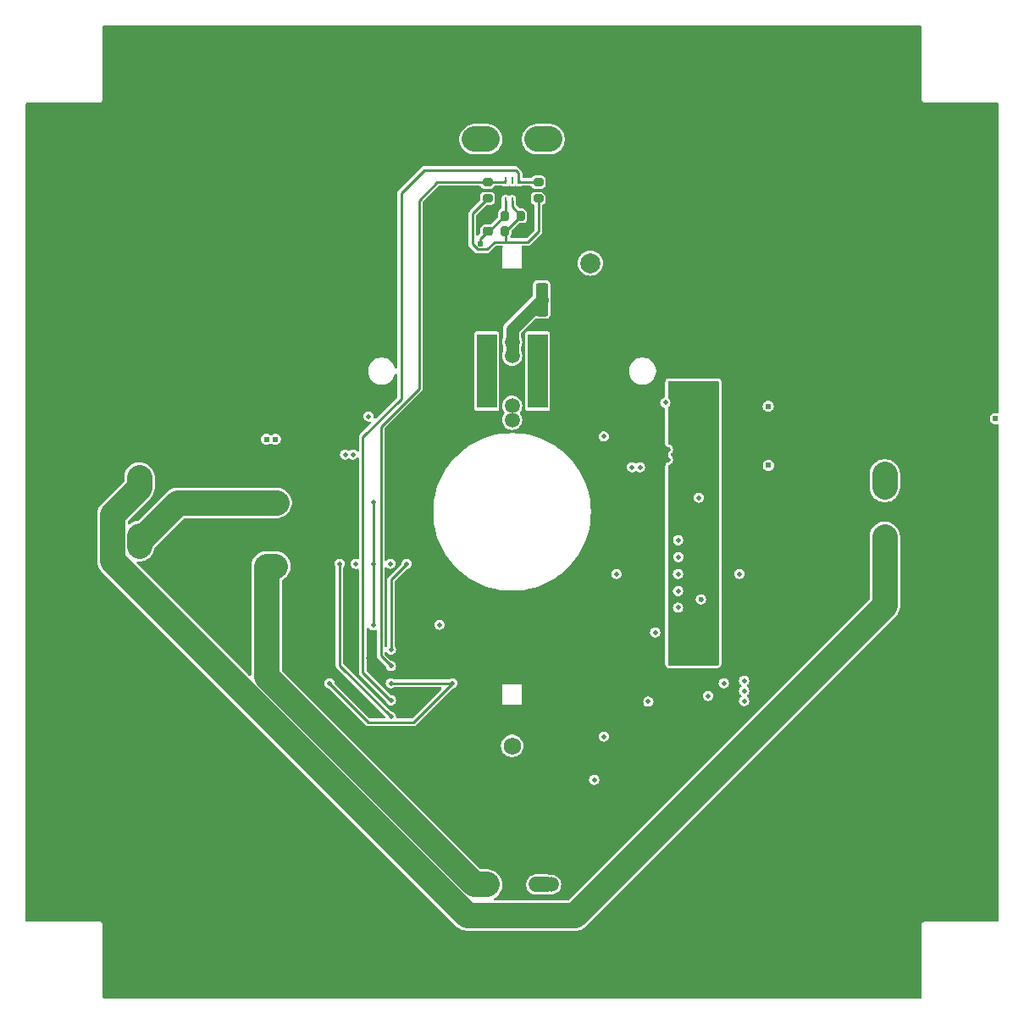
<source format=gbr>
%TF.GenerationSoftware,KiCad,Pcbnew,8.0.5*%
%TF.CreationDate,2025-02-27T20:38:43-05:00*%
%TF.ProjectId,Z-,5a2d2e6b-6963-4616-945f-706362585858,rev?*%
%TF.SameCoordinates,Original*%
%TF.FileFunction,Copper,L1,Top*%
%TF.FilePolarity,Positive*%
%FSLAX46Y46*%
G04 Gerber Fmt 4.6, Leading zero omitted, Abs format (unit mm)*
G04 Created by KiCad (PCBNEW 8.0.5) date 2025-02-27 20:38:43*
%MOMM*%
%LPD*%
G01*
G04 APERTURE LIST*
G04 Aperture macros list*
%AMRoundRect*
0 Rectangle with rounded corners*
0 $1 Rounding radius*
0 $2 $3 $4 $5 $6 $7 $8 $9 X,Y pos of 4 corners*
0 Add a 4 corners polygon primitive as box body*
4,1,4,$2,$3,$4,$5,$6,$7,$8,$9,$2,$3,0*
0 Add four circle primitives for the rounded corners*
1,1,$1+$1,$2,$3*
1,1,$1+$1,$4,$5*
1,1,$1+$1,$6,$7*
1,1,$1+$1,$8,$9*
0 Add four rect primitives between the rounded corners*
20,1,$1+$1,$2,$3,$4,$5,0*
20,1,$1+$1,$4,$5,$6,$7,0*
20,1,$1+$1,$6,$7,$8,$9,0*
20,1,$1+$1,$8,$9,$2,$3,0*%
G04 Aperture macros list end*
%TA.AperFunction,ComponentPad*%
%ADD10C,0.762000*%
%TD*%
%TA.AperFunction,ComponentPad*%
%ADD11C,3.800000*%
%TD*%
%TA.AperFunction,ConnectorPad*%
%ADD12C,5.600000*%
%TD*%
%TA.AperFunction,ComponentPad*%
%ADD13C,1.727200*%
%TD*%
%TA.AperFunction,SMDPad,CuDef*%
%ADD14R,2.000000X7.400000*%
%TD*%
%TA.AperFunction,ComponentPad*%
%ADD15C,2.000000*%
%TD*%
%TA.AperFunction,SMDPad,CuDef*%
%ADD16RoundRect,0.200000X-0.275000X0.200000X-0.275000X-0.200000X0.275000X-0.200000X0.275000X0.200000X0*%
%TD*%
%TA.AperFunction,ComponentPad*%
%ADD17C,1.500000*%
%TD*%
%TA.AperFunction,SMDPad,CuDef*%
%ADD18R,0.254000X0.660400*%
%TD*%
%TA.AperFunction,SMDPad,CuDef*%
%ADD19R,1.447800X0.762000*%
%TD*%
%TA.AperFunction,SMDPad,CuDef*%
%ADD20RoundRect,0.200000X0.275000X-0.200000X0.275000X0.200000X-0.275000X0.200000X-0.275000X-0.200000X0*%
%TD*%
%TA.AperFunction,SMDPad,CuDef*%
%ADD21RoundRect,0.200000X0.200000X0.275000X-0.200000X0.275000X-0.200000X-0.275000X0.200000X-0.275000X0*%
%TD*%
%TA.AperFunction,SMDPad,CuDef*%
%ADD22RoundRect,0.250000X-0.362500X-1.425000X0.362500X-1.425000X0.362500X1.425000X-0.362500X1.425000X0*%
%TD*%
%TA.AperFunction,SMDPad,CuDef*%
%ADD23RoundRect,0.225000X0.250000X-0.225000X0.250000X0.225000X-0.250000X0.225000X-0.250000X-0.225000X0*%
%TD*%
%TA.AperFunction,ViaPad*%
%ADD24C,0.508000*%
%TD*%
%TA.AperFunction,ViaPad*%
%ADD25C,0.609600*%
%TD*%
%TA.AperFunction,Conductor*%
%ADD26C,0.254000*%
%TD*%
%TA.AperFunction,Conductor*%
%ADD27C,0.152400*%
%TD*%
%TA.AperFunction,Conductor*%
%ADD28C,2.540000*%
%TD*%
%TA.AperFunction,Conductor*%
%ADD29C,1.270000*%
%TD*%
%TA.AperFunction,Conductor*%
%ADD30C,1.524000*%
%TD*%
G04 APERTURE END LIST*
D10*
%TO.P,H2,1,1*%
%TO.N,GND*%
X106520000Y-75860000D03*
X104964250Y-75215750D03*
X108075750Y-75215750D03*
X104320000Y-73660000D03*
D11*
X106520000Y-73660000D03*
D12*
X106520000Y-73660000D03*
D10*
X108720000Y-73660000D03*
X104964250Y-72104250D03*
X108075750Y-72104250D03*
X106520000Y-71460000D03*
%TD*%
D13*
%TO.P,AE3,1,A*%
%TO.N,Net-(AE3-A)*%
X152319600Y-119046599D03*
%TD*%
D14*
%TO.P,AE2,1,1*%
%TO.N,Net-(AE2-Pad1)*%
X149779600Y-81585000D03*
%TD*%
D15*
%TO.P,H9,1,1*%
%TO.N,VBATT*%
X160147000Y-70787000D03*
%TD*%
D16*
%TO.P,R72,1*%
%TO.N,SCL_LS*%
X154940000Y-62675000D03*
%TO.P,R72,2*%
%TO.N,/I2C Devices/ADDR*%
X154940000Y-64325000D03*
%TD*%
D15*
%TO.P,H10,1,1*%
%TO.N,GND*%
X160147000Y-75057000D03*
%TD*%
D14*
%TO.P,AE1,1,1*%
%TO.N,Net-(AE1-Pad1)*%
X154859599Y-81585000D03*
%TD*%
D17*
%TO.P,JP3,1,A*%
%TO.N,/Burn Wires/VBURN3*%
X152319600Y-86450000D03*
X152319600Y-85050000D03*
%TO.P,JP3,2,B*%
%TO.N,Net-(JP3-B)*%
X152319600Y-80050000D03*
X152319600Y-78650000D03*
%TD*%
D10*
%TO.P,H8,1,1*%
%TO.N,GND*%
X130320000Y-143660000D03*
X128764250Y-143015750D03*
X131875750Y-143015750D03*
X128120000Y-141460000D03*
D11*
X130320000Y-141460000D03*
D12*
X130320000Y-141460000D03*
D10*
X132520000Y-141460000D03*
X128764250Y-139904250D03*
X131875750Y-139904250D03*
X130320000Y-139260000D03*
%TD*%
%TO.P,H5,1,1*%
%TO.N,GND*%
X198120000Y-75860000D03*
X196564250Y-75215750D03*
X199675750Y-75215750D03*
X195920000Y-73660000D03*
D11*
X198120000Y-73660000D03*
D12*
X198120000Y-73660000D03*
D10*
X200320000Y-73660000D03*
X196564250Y-72104250D03*
X199675750Y-72104250D03*
X198120000Y-71460000D03*
%TD*%
%TO.P,H7,1,1*%
%TO.N,GND*%
X174320000Y-143660000D03*
X172764250Y-143015750D03*
X175875750Y-143015750D03*
X172120000Y-141460000D03*
D11*
X174320000Y-141460000D03*
D12*
X174320000Y-141460000D03*
D10*
X176520000Y-141460000D03*
X172764250Y-139904250D03*
X175875750Y-139904250D03*
X174320000Y-139260000D03*
%TD*%
D18*
%TO.P,U1,1,VDD*%
%TO.N,LS_3V3*%
X151668721Y-64579500D03*
%TO.P,U1,2,ADDR*%
%TO.N,/I2C Devices/ADDR*%
X152318720Y-64579500D03*
%TO.P,U1,3,GND*%
%TO.N,GND*%
X152968719Y-64579500D03*
%TO.P,U1,4,SCL*%
%TO.N,SCL_LS*%
X152968719Y-62522100D03*
%TO.P,U1,5,INT*%
%TO.N,unconnected-(U1-INT-Pad5)*%
X152318720Y-62522100D03*
%TO.P,U1,6,SDA*%
%TO.N,SDA_LS*%
X151668721Y-62522100D03*
D19*
%TO.P,U1,7,EPAD*%
%TO.N,GND*%
X152318720Y-63550800D03*
%TD*%
D20*
%TO.P,R71,1*%
%TO.N,/I2C Devices/ADDR*%
X149860000Y-64325000D03*
%TO.P,R71,2*%
%TO.N,SDA_LS*%
X149860000Y-62675000D03*
%TD*%
D21*
%TO.P,R26,1*%
%TO.N,GND*%
X153225000Y-67564000D03*
%TO.P,R26,2*%
%TO.N,/I2C Devices/ADDR*%
X151575000Y-67564000D03*
%TD*%
%TO.P,R25,1*%
%TO.N,/I2C Devices/ADDR*%
X153225000Y-66040000D03*
%TO.P,R25,2*%
%TO.N,LS_3V3*%
X151575000Y-66040000D03*
%TD*%
D17*
%TO.P,JP1,1,A*%
%TO.N,/Burn Wires/VBURN1*%
X115062880Y-99559140D03*
X115062880Y-98159140D03*
%TO.P,JP1,2,B*%
%TO.N,Net-(JP1-B)*%
X115062880Y-93159140D03*
X115062880Y-91759140D03*
%TD*%
D10*
%TO.P,H4,1,1*%
%TO.N,GND*%
X174320000Y-52060000D03*
X172764250Y-51415750D03*
X175875750Y-51415750D03*
X172120000Y-49860000D03*
D11*
X174320000Y-49860000D03*
D12*
X174320000Y-49860000D03*
D10*
X176520000Y-49860000D03*
X172764250Y-48304250D03*
X175875750Y-48304250D03*
X174320000Y-47660000D03*
%TD*%
D22*
%TO.P,R61,1*%
%TO.N,GND*%
X149357100Y-74422000D03*
%TO.P,R61,2*%
%TO.N,Net-(JP3-B)*%
X155282100Y-74422000D03*
%TD*%
D10*
%TO.P,H3,1,1*%
%TO.N,GND*%
X130320000Y-52060000D03*
X128764250Y-51415750D03*
X131875750Y-51415750D03*
X128120000Y-49860000D03*
D11*
X130320000Y-49860000D03*
D12*
X130320000Y-49860000D03*
D10*
X132520000Y-49860000D03*
X128764250Y-48304250D03*
X131875750Y-48304250D03*
X130320000Y-47660000D03*
%TD*%
D17*
%TO.P,JP5,1,A*%
%TO.N,Net-(JP2-B)*%
X148419600Y-58402420D03*
X149819600Y-58402420D03*
%TO.P,JP5,2,B*%
%TO.N,Net-(JP5-B)*%
X154819600Y-58402420D03*
X156219600Y-58402420D03*
%TD*%
D23*
%TO.P,C5,1*%
%TO.N,LS_3V3*%
X149860000Y-67627800D03*
%TO.P,C5,2*%
%TO.N,GND*%
X149860000Y-66077800D03*
%TD*%
D10*
%TO.P,H1,1,1*%
%TO.N,GND*%
X106520000Y-119860000D03*
X104964250Y-119215750D03*
X108075750Y-119215750D03*
X104320000Y-117660000D03*
D11*
X106520000Y-117660000D03*
D12*
X106520000Y-117660000D03*
D10*
X108720000Y-117660000D03*
X104964250Y-116104250D03*
X108075750Y-116104250D03*
X106520000Y-115460000D03*
%TD*%
%TO.P,H6,1,1*%
%TO.N,GND*%
X198120000Y-119860000D03*
X196564250Y-119215750D03*
X199675750Y-119215750D03*
X195920000Y-117660000D03*
D11*
X198120000Y-117660000D03*
D12*
X198120000Y-117660000D03*
D10*
X200320000Y-117660000D03*
X196564250Y-116104250D03*
X199675750Y-116104250D03*
X198120000Y-115460000D03*
%TD*%
D17*
%TO.P,JP2,1,A*%
%TO.N,/Burn Wires/VBURN2*%
X149820860Y-132916721D03*
X148420860Y-132916721D03*
%TO.P,JP2,2,B*%
%TO.N,Net-(JP2-B)*%
X156220860Y-132916721D03*
X154820860Y-132916721D03*
%TD*%
%TO.P,JP4,1,A*%
%TO.N,Net-(JP1-B)*%
X189577580Y-98160000D03*
X189577580Y-99560000D03*
%TO.P,JP4,2,B*%
%TO.N,Net-(JP4-B)*%
X189577580Y-91760000D03*
X189577580Y-93160000D03*
%TD*%
D24*
%TO.N,GND*%
X172212000Y-118618000D03*
X172720000Y-117856000D03*
X153162000Y-121539000D03*
X176022000Y-91059000D03*
X163322000Y-70739000D03*
X163322000Y-75819000D03*
X148082000Y-83439000D03*
X163322000Y-106299000D03*
X143002000Y-85979000D03*
X132842000Y-103759000D03*
D25*
X156718000Y-69088000D03*
D24*
X155702000Y-70739000D03*
X165862000Y-75819000D03*
D25*
X129667000Y-74930000D03*
D24*
X176022000Y-96139000D03*
X178562000Y-101219000D03*
X148082000Y-80899000D03*
X148082000Y-111379000D03*
X127762000Y-85979000D03*
X155702000Y-113919000D03*
X132842000Y-80899000D03*
X148082000Y-75819000D03*
X155702000Y-103759000D03*
X158242000Y-73279000D03*
X166624000Y-99314000D03*
X155702000Y-85979000D03*
X130302000Y-96012000D03*
X160782000Y-96139000D03*
X168402000Y-75819000D03*
X173482000Y-78359000D03*
X130302000Y-106299000D03*
X165862000Y-83439000D03*
X168402000Y-73279000D03*
X130302000Y-102362000D03*
X148082000Y-118999000D03*
X143002000Y-58039000D03*
X155702000Y-118999000D03*
X158242000Y-80899000D03*
X160782000Y-98679000D03*
X130302000Y-83439000D03*
X167894000Y-90424000D03*
X170942000Y-80899000D03*
X155702000Y-111379000D03*
X160782000Y-85979000D03*
X163322000Y-93599000D03*
X158242000Y-106299000D03*
X143002000Y-121539000D03*
X163322000Y-80899000D03*
X148082000Y-121539000D03*
X150622000Y-121539000D03*
X148082000Y-103759000D03*
X158242000Y-88519000D03*
X160782000Y-103759000D03*
X143002000Y-118999000D03*
X160782000Y-101219000D03*
X158242000Y-108839000D03*
X153162000Y-111379000D03*
X155702000Y-106299000D03*
X173482000Y-75819000D03*
X163322000Y-96139000D03*
X142494000Y-115316000D03*
X168402000Y-80899000D03*
X170942000Y-75819000D03*
X134557000Y-86106000D03*
X158242000Y-78359000D03*
X145542000Y-85979000D03*
X178562000Y-103759000D03*
X132842000Y-106299000D03*
X145542000Y-121539000D03*
X148082000Y-70739000D03*
X163322000Y-83439000D03*
X176022000Y-93599000D03*
X148082000Y-85979000D03*
X135890000Y-103124000D03*
X160782000Y-80899000D03*
X130302000Y-89916000D03*
X165862000Y-78359000D03*
X158242000Y-103759000D03*
X165862000Y-73279000D03*
X148082000Y-73279000D03*
X148082000Y-108839000D03*
X153162000Y-108839000D03*
X158242000Y-83439000D03*
X145542000Y-118999000D03*
X137922000Y-110236000D03*
X173482000Y-80899000D03*
X167894000Y-89408000D03*
X145542000Y-58039000D03*
X160782000Y-106299000D03*
X155702000Y-121539000D03*
X163322000Y-85979000D03*
X176092999Y-103759000D03*
X115062000Y-88519000D03*
X158242000Y-75819000D03*
X170942000Y-78359000D03*
X160782000Y-78359000D03*
X163322000Y-78359000D03*
X170942000Y-73279000D03*
X130302000Y-98679000D03*
X166878000Y-90424000D03*
X166878000Y-89408000D03*
X148082000Y-78359000D03*
X168402000Y-78359000D03*
X158242000Y-70739000D03*
X176022000Y-85979000D03*
X130302000Y-80899000D03*
X140970000Y-98552000D03*
X178562000Y-96139000D03*
X115062000Y-85979000D03*
X137922000Y-118999000D03*
X160782000Y-93599000D03*
X158242000Y-85979000D03*
X150622000Y-108839000D03*
X163322000Y-108839000D03*
X132842000Y-111379000D03*
X132842000Y-108839000D03*
X171195999Y-104394000D03*
X173482000Y-73279000D03*
X160782000Y-108839000D03*
X150622000Y-118999000D03*
X160782000Y-83439000D03*
X178562000Y-98679000D03*
X140462000Y-118999000D03*
X135382000Y-91059000D03*
X150622000Y-111379000D03*
X130302000Y-108839000D03*
X150622000Y-85979000D03*
X145542000Y-101219000D03*
X163322000Y-73279000D03*
X130302000Y-111379000D03*
D25*
%TO.N,/coil*%
X177926599Y-85103001D03*
X177939300Y-90995801D03*
X200637200Y-86334798D03*
%TO.N,Net-(AE1-Pad1)*%
X154859599Y-81585000D03*
%TO.N,Net-(AE2-Pad1)*%
X149779600Y-81585000D03*
D24*
%TO.N,LS_3V3*%
X134049000Y-112776000D03*
D25*
X149098000Y-68834000D03*
D24*
X146367000Y-112776000D03*
X171932500Y-114046000D03*
X140208000Y-112776000D03*
%TO.N,BW_3V3*%
X138430000Y-94679000D03*
X138430000Y-100838000D03*
X138430000Y-106997000D03*
%TO.N,SDA*%
X175514000Y-114554000D03*
X168913999Y-98485000D03*
X141795000Y-100838000D03*
X140208000Y-109411000D03*
%TO.N,SCL*%
X168909999Y-105219000D03*
X135065000Y-100838000D03*
X175514000Y-112522000D03*
X140208000Y-116141000D03*
D25*
%TO.N,/Burn Wires/VBURN1*%
X128778000Y-94742000D03*
X127635000Y-94742000D03*
%TO.N,/Burn Wires/VBURN2*%
X128651000Y-101092000D03*
X127762000Y-101092000D03*
%TO.N,/Burn Wires/VBURN3*%
X128651000Y-88392000D03*
X127762000Y-88392000D03*
D24*
%TO.N,SCL_LS*%
X140208000Y-114491000D03*
%TO.N,SCL_M*%
X164317680Y-91184481D03*
X168909999Y-103569000D03*
%TO.N,SDA_LS*%
X140208000Y-111061000D03*
%TO.N,SDA_M*%
X165100000Y-91186000D03*
X168949499Y-100178500D03*
%TO.N,SCL_IO*%
X136715000Y-100838000D03*
X135636000Y-89916000D03*
%TO.N,PERI_3V3*%
X173482000Y-112776000D03*
X145059500Y-106934000D03*
X137985000Y-86106000D03*
%TO.N,SDA_IO*%
X140145000Y-100838000D03*
X136398000Y-89916000D03*
%TO.N,MAIN_3V3*%
X162751000Y-101854000D03*
X161481000Y-88102000D03*
X171005000Y-94234000D03*
X167640000Y-84737000D03*
X168910000Y-101854000D03*
X175514000Y-113538000D03*
X175068999Y-101854000D03*
%TO.N,/I2C Devices/VM*%
X169926000Y-108458000D03*
X168910000Y-83058000D03*
X168910000Y-86106000D03*
X171958000Y-108458000D03*
X169926000Y-110490000D03*
X171958000Y-110490000D03*
X168910000Y-84582000D03*
%TO.N,COIL_DRIVER_EN*%
X161481000Y-118110000D03*
X160528000Y-122428000D03*
%TO.N,Net-(Q20-D)*%
X165940500Y-114632500D03*
X166624000Y-107696000D03*
%TD*%
D26*
%TO.N,GND*%
X152968719Y-64579500D02*
X152968719Y-64627519D01*
X152968719Y-64627519D02*
X153899320Y-65558120D01*
X152968719Y-64200799D02*
X152318720Y-63550800D01*
X152968719Y-64579500D02*
X152968719Y-64200799D01*
X153899320Y-65558120D02*
X153899320Y-66889680D01*
X150876000Y-65074800D02*
X150863000Y-65074800D01*
X155317132Y-63550800D02*
X152318720Y-63550800D01*
X156718000Y-64951668D02*
X155317132Y-63550800D01*
X156718000Y-69088000D02*
X156718000Y-64951668D01*
X153899320Y-66889680D02*
X153225000Y-67564000D01*
X150863000Y-65074800D02*
X149860000Y-66077800D01*
X150876000Y-64015620D02*
X150876000Y-65074800D01*
X152318720Y-63550800D02*
X151340820Y-63550800D01*
X151340820Y-63550800D02*
X150876000Y-64015620D01*
%TO.N,LS_3V3*%
X151668721Y-65946279D02*
X151575000Y-66040000D01*
X134049000Y-112776000D02*
X137942320Y-116669320D01*
X149098000Y-68389800D02*
X149860000Y-67627800D01*
X137942320Y-116669320D02*
X142473680Y-116669320D01*
X149860000Y-67627800D02*
X149987200Y-67627800D01*
X149098000Y-68834000D02*
X149098000Y-68389800D01*
X151668721Y-64579500D02*
X151668721Y-65946279D01*
X149987200Y-67627800D02*
X151575000Y-66040000D01*
D27*
X149847000Y-67614800D02*
X149860000Y-67627800D01*
D26*
X142473680Y-116669320D02*
X146367000Y-112776000D01*
X140208000Y-112776000D02*
X146367000Y-112776000D01*
%TO.N,BW_3V3*%
X138430000Y-106997000D02*
X138430000Y-94679000D01*
%TO.N,SDA*%
X140208000Y-102425000D02*
X141795000Y-100838000D01*
X140208000Y-109411000D02*
X140208000Y-102425000D01*
%TO.N,SCL*%
X135065000Y-110998000D02*
X135065000Y-100838000D01*
X140208000Y-116141000D02*
X135065000Y-110998000D01*
D28*
%TO.N,Net-(JP1-B)*%
X112374680Y-95934340D02*
X112374680Y-100520985D01*
X189577580Y-105062420D02*
X189577580Y-98160000D01*
X115062880Y-93246140D02*
X112374680Y-95934340D01*
X115062880Y-92230140D02*
X115062880Y-93246140D01*
X112374680Y-100520985D02*
X147853695Y-136000000D01*
X147853695Y-136000000D02*
X158640000Y-136000000D01*
X158640000Y-136000000D02*
X189577580Y-105062420D01*
%TO.N,/Burn Wires/VBURN1*%
X128778000Y-94742000D02*
X118872000Y-94742000D01*
X115062880Y-98072140D02*
X115062880Y-99088140D01*
X118872000Y-94742000D02*
X115062000Y-98552000D01*
%TO.N,/Burn Wires/VBURN2*%
X149820860Y-132916721D02*
X148570860Y-132916721D01*
X148570860Y-132916721D02*
X127762000Y-112107861D01*
D29*
X149907860Y-132916721D02*
X148891860Y-132916721D01*
D28*
X127762000Y-112107861D02*
X127762000Y-101092000D01*
X127762000Y-101092000D02*
X128651000Y-101092000D01*
D30*
%TO.N,Net-(JP2-B)*%
X155749860Y-132916721D02*
X154733860Y-132916721D01*
D28*
X149819600Y-58402420D02*
X148569600Y-58402420D01*
D29*
%TO.N,Net-(JP3-B)*%
X152319600Y-80050000D02*
X152319600Y-77384500D01*
X152319600Y-77384500D02*
X155282100Y-74422000D01*
D28*
%TO.N,Net-(JP4-B)*%
X189577580Y-93160000D02*
X189577580Y-91910000D01*
%TO.N,Net-(JP5-B)*%
X156069600Y-58402420D02*
X154819600Y-58402420D01*
D26*
%TO.N,SCL_LS*%
X154940000Y-62675000D02*
X153121619Y-62675000D01*
X152968719Y-62522100D02*
X152968719Y-61782719D01*
X153121619Y-62675000D02*
X152968719Y-62522100D01*
X137393680Y-88158320D02*
X137393680Y-111739680D01*
X141224000Y-63754000D02*
X141224000Y-84328000D01*
X137393680Y-111739680D02*
X140145000Y-114491000D01*
X152654000Y-61468000D02*
X143510000Y-61468000D01*
X141224000Y-84328000D02*
X137393680Y-88158320D01*
X152968719Y-61782719D02*
X152654000Y-61468000D01*
X143510000Y-61468000D02*
X141224000Y-63754000D01*
X140145000Y-114491000D02*
X140208000Y-114491000D01*
%TO.N,SDA_LS*%
X151515821Y-62675000D02*
X151668721Y-62522100D01*
X143002000Y-64516000D02*
X144843000Y-62675000D01*
X139192000Y-110045000D02*
X139192000Y-87122000D01*
X140208000Y-111061000D02*
X139192000Y-110045000D01*
X139192000Y-87122000D02*
X143002000Y-83312000D01*
X149860000Y-62675000D02*
X151515821Y-62675000D01*
X144843000Y-62675000D02*
X149860000Y-62675000D01*
X143002000Y-83312000D02*
X143002000Y-64516000D01*
%TO.N,/I2C Devices/ADDR*%
X148336000Y-65849000D02*
X149860000Y-64325000D01*
X153895200Y-68659600D02*
X151638000Y-68659600D01*
X152318720Y-65133720D02*
X153225000Y-66040000D01*
X148336000Y-68891000D02*
X148336000Y-65849000D01*
X148858120Y-69413120D02*
X148336000Y-68891000D01*
X151701000Y-67564000D02*
X153225000Y-66040000D01*
X154940000Y-64325000D02*
X154940000Y-67614800D01*
X150542400Y-68659600D02*
X149788880Y-69413120D01*
X151638000Y-68659600D02*
X150542400Y-68659600D01*
X152318720Y-64579500D02*
X152318720Y-65133720D01*
X151638000Y-68659600D02*
X151638000Y-67627000D01*
X149788880Y-69413120D02*
X148858120Y-69413120D01*
X151575000Y-67564000D02*
X151701000Y-67564000D01*
X154940000Y-67614800D02*
X153895200Y-68659600D01*
X151638000Y-67627000D02*
X151575000Y-67564000D01*
%TD*%
%TA.AperFunction,Conductor*%
%TO.N,/I2C Devices/VM*%
G36*
X172917039Y-82569685D02*
G01*
X172962794Y-82622489D01*
X172974000Y-82674000D01*
X172974000Y-110874000D01*
X172954315Y-110941039D01*
X172901511Y-110986794D01*
X172850000Y-110998000D01*
X168018000Y-110998000D01*
X167950961Y-110978315D01*
X167905206Y-110925511D01*
X167894000Y-110874000D01*
X167894000Y-105219000D01*
X168396270Y-105219000D01*
X168417079Y-105363734D01*
X168442505Y-105419408D01*
X168477823Y-105496743D01*
X168573578Y-105607250D01*
X168573580Y-105607251D01*
X168573579Y-105607251D01*
X168675954Y-105673043D01*
X168696588Y-105686304D01*
X168807726Y-105718937D01*
X168836887Y-105727500D01*
X168836888Y-105727500D01*
X168983111Y-105727500D01*
X169007253Y-105720410D01*
X169123410Y-105686304D01*
X169246420Y-105607250D01*
X169342175Y-105496743D01*
X169402918Y-105363734D01*
X169423728Y-105219000D01*
X169402918Y-105074266D01*
X169342175Y-104941257D01*
X169246420Y-104830750D01*
X169246417Y-104830748D01*
X169246418Y-104830748D01*
X169123412Y-104751697D01*
X169123411Y-104751696D01*
X169123410Y-104751696D01*
X169041431Y-104727624D01*
X168983111Y-104710500D01*
X168983110Y-104710500D01*
X168836888Y-104710500D01*
X168836887Y-104710500D01*
X168696585Y-104751697D01*
X168573579Y-104830748D01*
X168477823Y-104941257D01*
X168477822Y-104941258D01*
X168417079Y-105074265D01*
X168396270Y-105219000D01*
X167894000Y-105219000D01*
X167894000Y-104394000D01*
X170682270Y-104394000D01*
X170703079Y-104538734D01*
X170763822Y-104671741D01*
X170763823Y-104671743D01*
X170859578Y-104782250D01*
X170859580Y-104782251D01*
X170859579Y-104782251D01*
X170935042Y-104830748D01*
X170982588Y-104861304D01*
X171093726Y-104893937D01*
X171122887Y-104902500D01*
X171122888Y-104902500D01*
X171269111Y-104902500D01*
X171293253Y-104895410D01*
X171409410Y-104861304D01*
X171532420Y-104782250D01*
X171628175Y-104671743D01*
X171688918Y-104538734D01*
X171709728Y-104394000D01*
X171688918Y-104249266D01*
X171628175Y-104116257D01*
X171532420Y-104005750D01*
X171532417Y-104005748D01*
X171532418Y-104005748D01*
X171409412Y-103926697D01*
X171409411Y-103926696D01*
X171409410Y-103926696D01*
X171327431Y-103902624D01*
X171269111Y-103885500D01*
X171269110Y-103885500D01*
X171122888Y-103885500D01*
X171122887Y-103885500D01*
X170982585Y-103926697D01*
X170859579Y-104005748D01*
X170763823Y-104116257D01*
X170763822Y-104116258D01*
X170703079Y-104249265D01*
X170682270Y-104394000D01*
X167894000Y-104394000D01*
X167894000Y-103569000D01*
X168396270Y-103569000D01*
X168417079Y-103713734D01*
X168477822Y-103846741D01*
X168477823Y-103846743D01*
X168573578Y-103957250D01*
X168573580Y-103957251D01*
X168573579Y-103957251D01*
X168649042Y-104005748D01*
X168696588Y-104036304D01*
X168807726Y-104068937D01*
X168836887Y-104077500D01*
X168836888Y-104077500D01*
X168983111Y-104077500D01*
X169007253Y-104070410D01*
X169123410Y-104036304D01*
X169246420Y-103957250D01*
X169342175Y-103846743D01*
X169402918Y-103713734D01*
X169423728Y-103569000D01*
X169402918Y-103424266D01*
X169342175Y-103291257D01*
X169246420Y-103180750D01*
X169246417Y-103180748D01*
X169246418Y-103180748D01*
X169123412Y-103101697D01*
X169123411Y-103101696D01*
X169123410Y-103101696D01*
X169041431Y-103077624D01*
X168983111Y-103060500D01*
X168983110Y-103060500D01*
X168836888Y-103060500D01*
X168836887Y-103060500D01*
X168696585Y-103101697D01*
X168573579Y-103180748D01*
X168477823Y-103291257D01*
X168477822Y-103291258D01*
X168417079Y-103424265D01*
X168396270Y-103569000D01*
X167894000Y-103569000D01*
X167894000Y-101854000D01*
X168396271Y-101854000D01*
X168417080Y-101998734D01*
X168477823Y-102131741D01*
X168477824Y-102131743D01*
X168573579Y-102242250D01*
X168573581Y-102242251D01*
X168573580Y-102242251D01*
X168675955Y-102308043D01*
X168696589Y-102321304D01*
X168807727Y-102353937D01*
X168836888Y-102362500D01*
X168836889Y-102362500D01*
X168983112Y-102362500D01*
X169007254Y-102355410D01*
X169123411Y-102321304D01*
X169246421Y-102242250D01*
X169342176Y-102131743D01*
X169402919Y-101998734D01*
X169423729Y-101854000D01*
X169402919Y-101709266D01*
X169342176Y-101576257D01*
X169246421Y-101465750D01*
X169246418Y-101465748D01*
X169246419Y-101465748D01*
X169123413Y-101386697D01*
X169123412Y-101386696D01*
X169123411Y-101386696D01*
X169041432Y-101362624D01*
X168983112Y-101345500D01*
X168983111Y-101345500D01*
X168836889Y-101345500D01*
X168836888Y-101345500D01*
X168696586Y-101386697D01*
X168573580Y-101465748D01*
X168477824Y-101576257D01*
X168477823Y-101576258D01*
X168417080Y-101709265D01*
X168396271Y-101854000D01*
X167894000Y-101854000D01*
X167894000Y-100178500D01*
X168435770Y-100178500D01*
X168456579Y-100323234D01*
X168517322Y-100456241D01*
X168517323Y-100456243D01*
X168613078Y-100566750D01*
X168613080Y-100566751D01*
X168613079Y-100566751D01*
X168715454Y-100632543D01*
X168736088Y-100645804D01*
X168847226Y-100678437D01*
X168876387Y-100687000D01*
X168876388Y-100687000D01*
X169022611Y-100687000D01*
X169046753Y-100679910D01*
X169162910Y-100645804D01*
X169285920Y-100566750D01*
X169381675Y-100456243D01*
X169442418Y-100323234D01*
X169463228Y-100178500D01*
X169442418Y-100033766D01*
X169381675Y-99900757D01*
X169285920Y-99790250D01*
X169285917Y-99790248D01*
X169285918Y-99790248D01*
X169162912Y-99711197D01*
X169162911Y-99711196D01*
X169162910Y-99711196D01*
X169080931Y-99687124D01*
X169022611Y-99670000D01*
X169022610Y-99670000D01*
X168876388Y-99670000D01*
X168876387Y-99670000D01*
X168736085Y-99711197D01*
X168613079Y-99790248D01*
X168517323Y-99900757D01*
X168517322Y-99900758D01*
X168456579Y-100033765D01*
X168435770Y-100178500D01*
X167894000Y-100178500D01*
X167894000Y-98485000D01*
X168400270Y-98485000D01*
X168421079Y-98629734D01*
X168481822Y-98762741D01*
X168481823Y-98762743D01*
X168577578Y-98873250D01*
X168577580Y-98873251D01*
X168577579Y-98873251D01*
X168679954Y-98939043D01*
X168700588Y-98952304D01*
X168811726Y-98984937D01*
X168840887Y-98993500D01*
X168840888Y-98993500D01*
X168987111Y-98993500D01*
X169011253Y-98986410D01*
X169127410Y-98952304D01*
X169250420Y-98873250D01*
X169346175Y-98762743D01*
X169406918Y-98629734D01*
X169427728Y-98485000D01*
X169406918Y-98340266D01*
X169346175Y-98207257D01*
X169250420Y-98096750D01*
X169250417Y-98096748D01*
X169250418Y-98096748D01*
X169127412Y-98017697D01*
X169127411Y-98017696D01*
X169127410Y-98017696D01*
X169045431Y-97993624D01*
X168987111Y-97976500D01*
X168987110Y-97976500D01*
X168840888Y-97976500D01*
X168840887Y-97976500D01*
X168700585Y-98017697D01*
X168577579Y-98096748D01*
X168481823Y-98207257D01*
X168481822Y-98207258D01*
X168421079Y-98340265D01*
X168400270Y-98485000D01*
X167894000Y-98485000D01*
X167894000Y-94234000D01*
X170491271Y-94234000D01*
X170512080Y-94378734D01*
X170572823Y-94511741D01*
X170572824Y-94511743D01*
X170668579Y-94622250D01*
X170668581Y-94622251D01*
X170668580Y-94622251D01*
X170770955Y-94688043D01*
X170791589Y-94701304D01*
X170902727Y-94733937D01*
X170931888Y-94742500D01*
X170931889Y-94742500D01*
X171078112Y-94742500D01*
X171102254Y-94735410D01*
X171218411Y-94701304D01*
X171341421Y-94622250D01*
X171437176Y-94511743D01*
X171497919Y-94378734D01*
X171518729Y-94234000D01*
X171497919Y-94089266D01*
X171437176Y-93956257D01*
X171341421Y-93845750D01*
X171341418Y-93845748D01*
X171341419Y-93845748D01*
X171218413Y-93766697D01*
X171218412Y-93766696D01*
X171218411Y-93766696D01*
X171136432Y-93742624D01*
X171078112Y-93725500D01*
X171078111Y-93725500D01*
X170931889Y-93725500D01*
X170931888Y-93725500D01*
X170791586Y-93766697D01*
X170668580Y-93845748D01*
X170572824Y-93956257D01*
X170572823Y-93956258D01*
X170512080Y-94089265D01*
X170491271Y-94234000D01*
X167894000Y-94234000D01*
X167894000Y-91046792D01*
X167913685Y-90979753D01*
X167966489Y-90933998D01*
X167983059Y-90927817D01*
X168107411Y-90891304D01*
X168230421Y-90812250D01*
X168326176Y-90701743D01*
X168386919Y-90568734D01*
X168407729Y-90424000D01*
X168386919Y-90279266D01*
X168326176Y-90146257D01*
X168230421Y-90035750D01*
X168230418Y-90035748D01*
X168230416Y-90035746D01*
X168206405Y-90020315D01*
X168160650Y-89967512D01*
X168150706Y-89898353D01*
X168179731Y-89834797D01*
X168206405Y-89811685D01*
X168230416Y-89796253D01*
X168230415Y-89796253D01*
X168230421Y-89796250D01*
X168326176Y-89685743D01*
X168386919Y-89552734D01*
X168407729Y-89408000D01*
X168386919Y-89263266D01*
X168326176Y-89130257D01*
X168230421Y-89019750D01*
X168230418Y-89019748D01*
X168230419Y-89019748D01*
X168107413Y-88940697D01*
X168107412Y-88940696D01*
X168107411Y-88940696D01*
X168029563Y-88917837D01*
X167983064Y-88904184D01*
X167924286Y-88866409D01*
X167895262Y-88802853D01*
X167894000Y-88785207D01*
X167894000Y-85245927D01*
X167913685Y-85178888D01*
X167950960Y-85141612D01*
X167976421Y-85125250D01*
X168072176Y-85014743D01*
X168132919Y-84881734D01*
X168153729Y-84737000D01*
X168132919Y-84592266D01*
X168072176Y-84459257D01*
X167976421Y-84348750D01*
X167976418Y-84348748D01*
X167976419Y-84348748D01*
X167950958Y-84332385D01*
X167905205Y-84279580D01*
X167894000Y-84228071D01*
X167894000Y-82674000D01*
X167913685Y-82606961D01*
X167966489Y-82561206D01*
X168018000Y-82550000D01*
X172850000Y-82550000D01*
X172917039Y-82569685D01*
G37*
%TD.AperFunction*%
%TD*%
%TA.AperFunction,Conductor*%
%TO.N,GND*%
G36*
X171248908Y-104150023D02*
G01*
X171254319Y-104151611D01*
X171254319Y-104151612D01*
X171283398Y-104160150D01*
X171315497Y-104174809D01*
X171345736Y-104194242D01*
X171372404Y-104217350D01*
X171395948Y-104244521D01*
X171415030Y-104274213D01*
X171429962Y-104306910D01*
X171439905Y-104340772D01*
X171445021Y-104376350D01*
X171445021Y-104411648D01*
X171439905Y-104447226D01*
X171429962Y-104481088D01*
X171415030Y-104513785D01*
X171395949Y-104543476D01*
X171372409Y-104570643D01*
X171345736Y-104593755D01*
X171315500Y-104613187D01*
X171283398Y-104627847D01*
X171248900Y-104637977D01*
X171213967Y-104643000D01*
X171178027Y-104643000D01*
X171143090Y-104637976D01*
X171108600Y-104627848D01*
X171076524Y-104613204D01*
X171075361Y-104612457D01*
X171075365Y-104612449D01*
X171075334Y-104612440D01*
X171075333Y-104612440D01*
X171046262Y-104593757D01*
X171019588Y-104570643D01*
X170996044Y-104543471D01*
X170976964Y-104513783D01*
X170962032Y-104481085D01*
X170952090Y-104447224D01*
X170952004Y-104446628D01*
X170946975Y-104411644D01*
X170946975Y-104376352D01*
X170946976Y-104376350D01*
X170952091Y-104340767D01*
X170962033Y-104306910D01*
X170976967Y-104274208D01*
X170996039Y-104244532D01*
X171019594Y-104217347D01*
X171046257Y-104194243D01*
X171076495Y-104174811D01*
X171108598Y-104160150D01*
X171137679Y-104151612D01*
X171143095Y-104150022D01*
X171178027Y-104145000D01*
X171213974Y-104145000D01*
X171248908Y-104150023D01*
G37*
%TD.AperFunction*%
%TA.AperFunction,Conductor*%
G36*
X193186619Y-47056105D02*
G01*
X193232374Y-47108909D01*
X193243580Y-47160420D01*
X193243580Y-54310443D01*
X193243580Y-54409557D01*
X193260682Y-54473381D01*
X193269233Y-54505294D01*
X193269236Y-54505299D01*
X193318784Y-54591120D01*
X193318788Y-54591125D01*
X193318789Y-54591127D01*
X193388873Y-54661211D01*
X193388875Y-54661212D01*
X193388879Y-54661215D01*
X193474700Y-54710763D01*
X193474707Y-54710767D01*
X193570443Y-54736420D01*
X200819580Y-54736420D01*
X200886619Y-54756105D01*
X200932374Y-54808909D01*
X200943580Y-54860420D01*
X200943580Y-85671266D01*
X200923895Y-85738305D01*
X200871091Y-85784060D01*
X200801933Y-85794004D01*
X200787488Y-85791041D01*
X200783208Y-85789894D01*
X200637201Y-85770672D01*
X200637199Y-85770672D01*
X200491194Y-85789893D01*
X200491192Y-85789894D01*
X200355140Y-85846249D01*
X200355137Y-85846250D01*
X200355137Y-85846251D01*
X200238303Y-85935901D01*
X200218841Y-85961265D01*
X200148651Y-86052738D01*
X200092296Y-86188790D01*
X200092295Y-86188792D01*
X200073074Y-86334796D01*
X200073074Y-86334799D01*
X200092295Y-86480803D01*
X200092296Y-86480805D01*
X200148653Y-86616861D01*
X200238303Y-86733695D01*
X200355137Y-86823345D01*
X200491193Y-86879702D01*
X200564196Y-86889313D01*
X200637199Y-86898924D01*
X200637200Y-86898924D01*
X200637201Y-86898924D01*
X200655450Y-86896521D01*
X200783207Y-86879702D01*
X200783219Y-86879696D01*
X200787479Y-86878556D01*
X200791233Y-86878645D01*
X200791265Y-86878641D01*
X200791265Y-86878645D01*
X200857329Y-86880215D01*
X200915194Y-86919374D01*
X200942702Y-86983600D01*
X200943580Y-86998329D01*
X200943580Y-136459580D01*
X200923895Y-136526619D01*
X200871091Y-136572374D01*
X200819580Y-136583580D01*
X193669557Y-136583580D01*
X193570443Y-136583580D01*
X193522575Y-136596406D01*
X193474705Y-136609233D01*
X193474700Y-136609236D01*
X193388879Y-136658784D01*
X193388871Y-136658790D01*
X193318790Y-136728871D01*
X193318784Y-136728879D01*
X193269236Y-136814700D01*
X193269233Y-136814705D01*
X193243580Y-136910444D01*
X193243580Y-144159580D01*
X193223895Y-144226619D01*
X193171091Y-144272374D01*
X193119580Y-144283580D01*
X111520420Y-144283580D01*
X111453381Y-144263895D01*
X111407626Y-144211091D01*
X111396420Y-144159580D01*
X111396420Y-136910444D01*
X111370766Y-136814705D01*
X111370763Y-136814700D01*
X111321215Y-136728879D01*
X111321209Y-136728871D01*
X111251128Y-136658790D01*
X111251120Y-136658784D01*
X111165299Y-136609236D01*
X111165294Y-136609233D01*
X111133381Y-136600682D01*
X111069557Y-136583580D01*
X111069555Y-136583580D01*
X103820420Y-136583580D01*
X103753381Y-136563895D01*
X103707626Y-136511091D01*
X103696420Y-136459580D01*
X103696420Y-95814353D01*
X110850180Y-95814353D01*
X110850180Y-100640971D01*
X110887718Y-100877974D01*
X110887718Y-100877977D01*
X110948498Y-101065035D01*
X110948498Y-101065036D01*
X110961867Y-101106184D01*
X110961869Y-101106190D01*
X111070810Y-101319997D01*
X111211856Y-101514130D01*
X146860550Y-137162824D01*
X146995969Y-137261211D01*
X147054683Y-137303869D01*
X147268490Y-137412810D01*
X147441784Y-137469116D01*
X147496706Y-137486962D01*
X147733709Y-137524500D01*
X147733714Y-137524500D01*
X158759986Y-137524500D01*
X158874882Y-137506301D01*
X158996988Y-137486962D01*
X159225205Y-137412810D01*
X159439012Y-137303870D01*
X159633145Y-137162824D01*
X190740404Y-106055565D01*
X190881449Y-105861432D01*
X190990390Y-105647625D01*
X191064542Y-105419408D01*
X191102080Y-105182406D01*
X191102080Y-98040013D01*
X191064542Y-97803011D01*
X191046696Y-97748089D01*
X190990390Y-97574795D01*
X190881449Y-97360988D01*
X190740403Y-97166855D01*
X190570725Y-96997177D01*
X190376592Y-96856131D01*
X190162785Y-96747190D01*
X190084381Y-96721715D01*
X189934568Y-96673037D01*
X189697566Y-96635500D01*
X189697561Y-96635500D01*
X189457599Y-96635500D01*
X189457594Y-96635500D01*
X189220591Y-96673037D01*
X188992372Y-96747191D01*
X188778567Y-96856131D01*
X188699378Y-96913666D01*
X188584435Y-96997177D01*
X188584433Y-96997179D01*
X188584432Y-96997179D01*
X188414759Y-97166852D01*
X188414759Y-97166853D01*
X188414757Y-97166855D01*
X188357875Y-97245146D01*
X188273711Y-97360987D01*
X188164771Y-97574792D01*
X188090617Y-97803011D01*
X188053080Y-98040013D01*
X188053080Y-104379589D01*
X188033395Y-104446628D01*
X188016761Y-104467270D01*
X158044850Y-134439181D01*
X157983527Y-134472666D01*
X157957169Y-134475500D01*
X150636081Y-134475500D01*
X150569042Y-134455815D01*
X150523287Y-134403011D01*
X150513343Y-134333853D01*
X150542368Y-134270297D01*
X150579786Y-134241016D01*
X150619867Y-134220593D01*
X150619869Y-134220591D01*
X150619872Y-134220590D01*
X150814005Y-134079544D01*
X150983683Y-133909866D01*
X151124729Y-133715733D01*
X151233670Y-133501926D01*
X151307822Y-133273709D01*
X151333175Y-133113637D01*
X151345360Y-133036707D01*
X151345360Y-133016839D01*
X153717359Y-133016839D01*
X153756422Y-133213217D01*
X153756424Y-133213223D01*
X153833049Y-133398212D01*
X153944294Y-133564704D01*
X154085876Y-133706286D01*
X154085879Y-133706288D01*
X154252367Y-133817531D01*
X154437358Y-133894157D01*
X154437362Y-133894157D01*
X154437363Y-133894158D01*
X154633741Y-133933221D01*
X154633744Y-133933221D01*
X155849977Y-133933221D01*
X155893264Y-133924610D01*
X155979467Y-133907463D01*
X156017745Y-133907466D01*
X156017881Y-133906089D01*
X156047039Y-133908960D01*
X156220860Y-133926081D01*
X156417776Y-133906686D01*
X156607125Y-133849248D01*
X156781630Y-133755973D01*
X156934585Y-133630446D01*
X157060112Y-133477491D01*
X157153387Y-133302986D01*
X157210825Y-133113637D01*
X157230220Y-132916721D01*
X157210825Y-132719805D01*
X157153387Y-132530456D01*
X157153385Y-132530453D01*
X157153385Y-132530451D01*
X157060115Y-132355956D01*
X157060111Y-132355949D01*
X156934585Y-132202995D01*
X156781631Y-132077469D01*
X156781624Y-132077465D01*
X156607129Y-131984195D01*
X156512450Y-131955475D01*
X156417776Y-131926756D01*
X156417774Y-131926755D01*
X156417776Y-131926755D01*
X156220860Y-131907361D01*
X156056231Y-131923576D01*
X156017883Y-131927353D01*
X156017748Y-131925983D01*
X155979469Y-131925978D01*
X155849980Y-131900221D01*
X155849976Y-131900221D01*
X154633744Y-131900221D01*
X154633742Y-131900221D01*
X154437363Y-131939283D01*
X154437357Y-131939285D01*
X154252368Y-132015910D01*
X154085876Y-132127155D01*
X153944294Y-132268737D01*
X153833049Y-132435229D01*
X153756424Y-132620218D01*
X153756422Y-132620224D01*
X153717360Y-132816602D01*
X153717360Y-132816605D01*
X153717360Y-133016837D01*
X153717360Y-133016839D01*
X153717359Y-133016839D01*
X151345360Y-133016839D01*
X151345360Y-132796734D01*
X151307822Y-132559732D01*
X151267368Y-132435228D01*
X151233670Y-132331516D01*
X151124729Y-132117709D01*
X150983683Y-131923576D01*
X150814005Y-131753898D01*
X150619872Y-131612852D01*
X150406065Y-131503911D01*
X150346878Y-131484680D01*
X150177848Y-131429758D01*
X149940846Y-131392221D01*
X149940841Y-131392221D01*
X149253691Y-131392221D01*
X149186652Y-131372536D01*
X149166010Y-131355902D01*
X140238108Y-122428000D01*
X160014271Y-122428000D01*
X160035080Y-122572734D01*
X160095823Y-122705741D01*
X160095824Y-122705743D01*
X160191579Y-122816250D01*
X160191581Y-122816251D01*
X160191580Y-122816251D01*
X160293955Y-122882043D01*
X160314589Y-122895304D01*
X160425727Y-122927937D01*
X160454888Y-122936500D01*
X160454889Y-122936500D01*
X160601112Y-122936500D01*
X160625254Y-122929410D01*
X160741411Y-122895304D01*
X160864421Y-122816250D01*
X160960176Y-122705743D01*
X161020919Y-122572734D01*
X161041729Y-122428000D01*
X161020919Y-122283266D01*
X160960176Y-122150257D01*
X160864421Y-122039750D01*
X160864418Y-122039748D01*
X160864419Y-122039748D01*
X160741413Y-121960697D01*
X160741412Y-121960696D01*
X160741411Y-121960696D01*
X160659432Y-121936624D01*
X160601112Y-121919500D01*
X160601111Y-121919500D01*
X160454889Y-121919500D01*
X160454888Y-121919500D01*
X160314586Y-121960697D01*
X160191580Y-122039748D01*
X160095824Y-122150257D01*
X160095823Y-122150258D01*
X160035080Y-122283265D01*
X160014271Y-122428000D01*
X140238108Y-122428000D01*
X136856706Y-119046598D01*
X151196710Y-119046598D01*
X151196710Y-119046599D01*
X151215828Y-119252928D01*
X151215829Y-119252930D01*
X151272534Y-119452229D01*
X151272535Y-119452231D01*
X151272536Y-119452234D01*
X151303156Y-119513727D01*
X151364896Y-119637718D01*
X151364905Y-119637732D01*
X151489771Y-119803082D01*
X151489773Y-119803085D01*
X151642907Y-119942684D01*
X151642909Y-119942686D01*
X151743676Y-120005078D01*
X151819085Y-120051769D01*
X152012307Y-120126623D01*
X152215993Y-120164699D01*
X152215995Y-120164699D01*
X152423205Y-120164699D01*
X152423207Y-120164699D01*
X152626893Y-120126623D01*
X152820115Y-120051769D01*
X152996292Y-119942685D01*
X153149426Y-119803085D01*
X153274300Y-119637724D01*
X153366664Y-119452234D01*
X153423371Y-119252929D01*
X153442490Y-119046599D01*
X153423371Y-118840269D01*
X153366664Y-118640964D01*
X153295600Y-118498250D01*
X153274303Y-118455479D01*
X153274294Y-118455465D01*
X153149428Y-118290115D01*
X153149426Y-118290112D01*
X152996292Y-118150513D01*
X152996290Y-118150511D01*
X152930862Y-118110000D01*
X160967271Y-118110000D01*
X160988080Y-118254734D01*
X161048823Y-118387741D01*
X161048824Y-118387743D01*
X161144579Y-118498250D01*
X161144581Y-118498251D01*
X161144580Y-118498251D01*
X161246955Y-118564043D01*
X161267589Y-118577304D01*
X161378727Y-118609937D01*
X161407888Y-118618500D01*
X161407889Y-118618500D01*
X161554112Y-118618500D01*
X161578254Y-118611410D01*
X161694411Y-118577304D01*
X161817421Y-118498250D01*
X161913176Y-118387743D01*
X161973919Y-118254734D01*
X161994729Y-118110000D01*
X161973919Y-117965266D01*
X161913176Y-117832257D01*
X161817421Y-117721750D01*
X161817418Y-117721748D01*
X161817419Y-117721748D01*
X161694413Y-117642697D01*
X161694412Y-117642696D01*
X161694411Y-117642696D01*
X161612432Y-117618624D01*
X161554112Y-117601500D01*
X161554111Y-117601500D01*
X161407889Y-117601500D01*
X161407888Y-117601500D01*
X161267586Y-117642697D01*
X161144580Y-117721748D01*
X161048824Y-117832257D01*
X161048823Y-117832258D01*
X160988080Y-117965265D01*
X160967271Y-118110000D01*
X152930862Y-118110000D01*
X152820120Y-118041432D01*
X152820113Y-118041428D01*
X152723504Y-118004002D01*
X152626893Y-117966575D01*
X152423207Y-117928499D01*
X152215993Y-117928499D01*
X152012307Y-117966575D01*
X152012304Y-117966575D01*
X152012304Y-117966576D01*
X151819086Y-118041428D01*
X151819079Y-118041432D01*
X151642909Y-118150511D01*
X151642907Y-118150513D01*
X151489773Y-118290112D01*
X151489771Y-118290115D01*
X151364905Y-118455465D01*
X151364896Y-118455479D01*
X151272537Y-118640962D01*
X151272534Y-118640968D01*
X151215829Y-118840267D01*
X151215828Y-118840269D01*
X151196710Y-119046598D01*
X136856706Y-119046598D01*
X130586108Y-112776000D01*
X133535271Y-112776000D01*
X133556080Y-112920734D01*
X133597922Y-113012353D01*
X133616824Y-113053743D01*
X133712579Y-113164250D01*
X133712581Y-113164251D01*
X133712580Y-113164251D01*
X133732706Y-113177185D01*
X133835589Y-113243304D01*
X133975889Y-113284500D01*
X133975890Y-113284500D01*
X133984192Y-113285694D01*
X134047748Y-113314718D01*
X134054228Y-113320751D01*
X137708073Y-116974596D01*
X137795067Y-117024822D01*
X137892095Y-117050820D01*
X137892097Y-117050820D01*
X142523902Y-117050820D01*
X142523905Y-117050820D01*
X142620934Y-117024821D01*
X142707927Y-116974596D01*
X142778956Y-116903567D01*
X144711522Y-114971000D01*
X151370000Y-114971000D01*
X153270000Y-114971000D01*
X153270000Y-114632500D01*
X165426771Y-114632500D01*
X165447580Y-114777234D01*
X165472474Y-114831743D01*
X165508324Y-114910243D01*
X165604079Y-115020750D01*
X165604081Y-115020751D01*
X165604080Y-115020751D01*
X165669043Y-115062500D01*
X165727089Y-115099804D01*
X165838227Y-115132437D01*
X165867388Y-115141000D01*
X165867389Y-115141000D01*
X166013612Y-115141000D01*
X166037754Y-115133910D01*
X166153911Y-115099804D01*
X166276921Y-115020750D01*
X166372676Y-114910243D01*
X166433419Y-114777234D01*
X166454229Y-114632500D01*
X166433419Y-114487766D01*
X166372676Y-114354757D01*
X166276921Y-114244250D01*
X166276918Y-114244248D01*
X166276919Y-114244248D01*
X166153913Y-114165197D01*
X166153912Y-114165196D01*
X166153911Y-114165196D01*
X166071932Y-114141124D01*
X166013612Y-114124000D01*
X166013611Y-114124000D01*
X165867389Y-114124000D01*
X165867388Y-114124000D01*
X165727086Y-114165197D01*
X165604080Y-114244248D01*
X165508324Y-114354757D01*
X165508323Y-114354758D01*
X165447580Y-114487765D01*
X165426771Y-114632500D01*
X153270000Y-114632500D01*
X153270000Y-114046000D01*
X171418771Y-114046000D01*
X171439580Y-114190734D01*
X171478638Y-114276257D01*
X171500324Y-114323743D01*
X171596079Y-114434250D01*
X171596081Y-114434251D01*
X171596080Y-114434251D01*
X171679350Y-114487765D01*
X171719089Y-114513304D01*
X171830227Y-114545937D01*
X171859388Y-114554500D01*
X171859389Y-114554500D01*
X172005612Y-114554500D01*
X172029754Y-114547410D01*
X172145911Y-114513304D01*
X172268921Y-114434250D01*
X172364676Y-114323743D01*
X172425419Y-114190734D01*
X172446229Y-114046000D01*
X172425419Y-113901266D01*
X172364676Y-113768257D01*
X172268921Y-113657750D01*
X172268918Y-113657748D01*
X172268919Y-113657748D01*
X172145913Y-113578697D01*
X172145912Y-113578696D01*
X172145911Y-113578696D01*
X172063932Y-113554624D01*
X172005612Y-113537500D01*
X172005611Y-113537500D01*
X171859389Y-113537500D01*
X171859388Y-113537500D01*
X171719086Y-113578697D01*
X171596080Y-113657748D01*
X171500324Y-113768257D01*
X171500323Y-113768258D01*
X171439580Y-113901265D01*
X171418771Y-114046000D01*
X153270000Y-114046000D01*
X153270000Y-112881000D01*
X151370000Y-112881000D01*
X151370000Y-114971000D01*
X144711522Y-114971000D01*
X146361773Y-113320749D01*
X146423094Y-113287266D01*
X146431808Y-113285694D01*
X146440109Y-113284500D01*
X146440111Y-113284500D01*
X146580411Y-113243304D01*
X146703421Y-113164250D01*
X146799176Y-113053743D01*
X146859919Y-112920734D01*
X146880729Y-112776000D01*
X172968271Y-112776000D01*
X172989080Y-112920734D01*
X173030922Y-113012353D01*
X173049824Y-113053743D01*
X173145579Y-113164250D01*
X173145581Y-113164251D01*
X173145580Y-113164251D01*
X173165706Y-113177185D01*
X173268589Y-113243304D01*
X173379727Y-113275937D01*
X173408888Y-113284500D01*
X173408889Y-113284500D01*
X173555112Y-113284500D01*
X173579254Y-113277410D01*
X173695411Y-113243304D01*
X173818421Y-113164250D01*
X173914176Y-113053743D01*
X173974919Y-112920734D01*
X173995729Y-112776000D01*
X173974919Y-112631266D01*
X173974917Y-112631262D01*
X173925019Y-112522000D01*
X175000271Y-112522000D01*
X175021080Y-112666734D01*
X175070550Y-112775057D01*
X175081824Y-112799743D01*
X175152234Y-112881000D01*
X175177579Y-112910250D01*
X175201596Y-112925685D01*
X175247350Y-112978490D01*
X175257293Y-113047649D01*
X175228267Y-113111204D01*
X175201596Y-113134315D01*
X175177579Y-113149749D01*
X175081824Y-113260257D01*
X175081823Y-113260258D01*
X175021080Y-113393265D01*
X175000271Y-113538000D01*
X175021080Y-113682734D01*
X175060138Y-113768257D01*
X175081824Y-113815743D01*
X175155930Y-113901266D01*
X175177579Y-113926250D01*
X175201596Y-113941685D01*
X175247350Y-113994490D01*
X175257293Y-114063649D01*
X175228267Y-114127204D01*
X175201596Y-114150315D01*
X175177579Y-114165749D01*
X175081824Y-114276257D01*
X175081823Y-114276258D01*
X175021080Y-114409265D01*
X175000271Y-114554000D01*
X175021080Y-114698734D01*
X175081823Y-114831741D01*
X175081824Y-114831743D01*
X175177579Y-114942250D01*
X175177581Y-114942251D01*
X175177580Y-114942251D01*
X175266661Y-114999500D01*
X175300589Y-115021304D01*
X175411727Y-115053937D01*
X175440888Y-115062500D01*
X175440889Y-115062500D01*
X175587112Y-115062500D01*
X175611254Y-115055410D01*
X175727411Y-115021304D01*
X175850421Y-114942250D01*
X175946176Y-114831743D01*
X176006919Y-114698734D01*
X176027729Y-114554000D01*
X176006919Y-114409266D01*
X175978147Y-114346265D01*
X175967862Y-114323743D01*
X175946176Y-114276257D01*
X175850421Y-114165750D01*
X175850418Y-114165748D01*
X175850416Y-114165746D01*
X175826405Y-114150315D01*
X175780650Y-114097512D01*
X175770706Y-114028353D01*
X175799731Y-113964797D01*
X175826405Y-113941685D01*
X175850416Y-113926253D01*
X175850415Y-113926253D01*
X175850421Y-113926250D01*
X175946176Y-113815743D01*
X176006919Y-113682734D01*
X176027729Y-113538000D01*
X176006919Y-113393266D01*
X175992961Y-113362703D01*
X175963936Y-113299147D01*
X175946176Y-113260257D01*
X175850421Y-113149750D01*
X175850418Y-113149748D01*
X175850416Y-113149746D01*
X175826405Y-113134315D01*
X175780650Y-113081512D01*
X175770706Y-113012353D01*
X175799731Y-112948797D01*
X175826405Y-112925685D01*
X175850416Y-112910253D01*
X175850415Y-112910253D01*
X175850421Y-112910250D01*
X175946176Y-112799743D01*
X176006919Y-112666734D01*
X176027729Y-112522000D01*
X176006919Y-112377266D01*
X175946176Y-112244257D01*
X175850421Y-112133750D01*
X175850418Y-112133748D01*
X175850419Y-112133748D01*
X175727413Y-112054697D01*
X175727412Y-112054696D01*
X175727411Y-112054696D01*
X175645432Y-112030624D01*
X175587112Y-112013500D01*
X175587111Y-112013500D01*
X175440889Y-112013500D01*
X175440888Y-112013500D01*
X175346320Y-112041268D01*
X175312455Y-112051212D01*
X175300586Y-112054697D01*
X175177580Y-112133748D01*
X175081824Y-112244257D01*
X175081823Y-112244258D01*
X175021080Y-112377265D01*
X175000271Y-112522000D01*
X173925019Y-112522000D01*
X173914176Y-112498258D01*
X173914176Y-112498257D01*
X173818421Y-112387750D01*
X173818418Y-112387748D01*
X173818419Y-112387748D01*
X173695413Y-112308697D01*
X173695412Y-112308696D01*
X173695411Y-112308696D01*
X173613432Y-112284624D01*
X173555112Y-112267500D01*
X173555111Y-112267500D01*
X173408889Y-112267500D01*
X173408888Y-112267500D01*
X173268586Y-112308697D01*
X173145580Y-112387748D01*
X173049824Y-112498257D01*
X173049823Y-112498258D01*
X172989080Y-112631265D01*
X172968271Y-112776000D01*
X146880729Y-112776000D01*
X146859919Y-112631266D01*
X146859917Y-112631262D01*
X146799176Y-112498258D01*
X146799176Y-112498257D01*
X146703421Y-112387750D01*
X146703418Y-112387748D01*
X146703419Y-112387748D01*
X146580413Y-112308697D01*
X146580412Y-112308696D01*
X146580411Y-112308696D01*
X146498432Y-112284624D01*
X146440112Y-112267500D01*
X146440111Y-112267500D01*
X146293889Y-112267500D01*
X146293888Y-112267500D01*
X146153586Y-112308697D01*
X146050706Y-112374815D01*
X145983666Y-112394500D01*
X140591334Y-112394500D01*
X140524295Y-112374815D01*
X140524294Y-112374815D01*
X140421413Y-112308697D01*
X140421412Y-112308696D01*
X140421411Y-112308696D01*
X140339432Y-112284624D01*
X140281112Y-112267500D01*
X140281111Y-112267500D01*
X140134889Y-112267500D01*
X140134888Y-112267500D01*
X139994586Y-112308697D01*
X139871580Y-112387748D01*
X139775824Y-112498257D01*
X139775823Y-112498258D01*
X139715080Y-112631265D01*
X139694271Y-112776000D01*
X139715080Y-112920734D01*
X139756922Y-113012353D01*
X139775824Y-113053743D01*
X139871579Y-113164250D01*
X139871581Y-113164251D01*
X139871580Y-113164251D01*
X139891706Y-113177185D01*
X139994589Y-113243304D01*
X140105727Y-113275937D01*
X140134888Y-113284500D01*
X140134889Y-113284500D01*
X140281112Y-113284500D01*
X140305254Y-113277410D01*
X140421411Y-113243304D01*
X140524294Y-113177185D01*
X140591334Y-113157500D01*
X145146615Y-113157500D01*
X145213654Y-113177185D01*
X145259409Y-113229989D01*
X145269353Y-113299147D01*
X145240328Y-113362703D01*
X145234296Y-113369181D01*
X142351976Y-116251501D01*
X142290653Y-116284986D01*
X142264295Y-116287820D01*
X140843723Y-116287820D01*
X140776684Y-116268135D01*
X140730929Y-116215331D01*
X140720985Y-116146173D01*
X140720985Y-116146172D01*
X140721729Y-116141000D01*
X140700919Y-115996266D01*
X140640176Y-115863257D01*
X140544421Y-115752750D01*
X140544418Y-115752748D01*
X140544419Y-115752748D01*
X140421413Y-115673697D01*
X140421412Y-115673696D01*
X140421411Y-115673696D01*
X140332452Y-115647575D01*
X140281105Y-115632498D01*
X140272801Y-115631304D01*
X140209246Y-115602278D01*
X140202770Y-115596248D01*
X135482819Y-110876296D01*
X135449334Y-110814973D01*
X135446500Y-110788615D01*
X135446500Y-101220475D01*
X135466185Y-101153436D01*
X135476782Y-101139277D01*
X135497176Y-101115743D01*
X135557919Y-100982734D01*
X135578729Y-100838000D01*
X135560534Y-100711459D01*
X135557919Y-100693265D01*
X135499775Y-100565948D01*
X135497176Y-100560257D01*
X135401421Y-100449750D01*
X135401418Y-100449748D01*
X135401419Y-100449748D01*
X135278413Y-100370697D01*
X135278412Y-100370696D01*
X135278411Y-100370696D01*
X135182187Y-100342442D01*
X135138112Y-100329500D01*
X135138111Y-100329500D01*
X134991889Y-100329500D01*
X134991888Y-100329500D01*
X134851586Y-100370697D01*
X134728580Y-100449748D01*
X134632824Y-100560257D01*
X134632823Y-100560258D01*
X134572080Y-100693265D01*
X134551271Y-100838000D01*
X134572080Y-100982734D01*
X134632823Y-101115741D01*
X134632824Y-101115743D01*
X134653212Y-101139272D01*
X134682238Y-101202826D01*
X134683500Y-101220475D01*
X134683500Y-111048225D01*
X134698410Y-111103869D01*
X134709499Y-111145254D01*
X134711230Y-111148253D01*
X134711231Y-111148254D01*
X134759724Y-111232247D01*
X137210211Y-113682734D01*
X139603617Y-116076139D01*
X139637102Y-116137462D01*
X139632118Y-116207154D01*
X139590246Y-116263087D01*
X139524782Y-116287504D01*
X139515936Y-116287820D01*
X138151705Y-116287820D01*
X138084666Y-116268135D01*
X138064024Y-116251501D01*
X134587580Y-112775057D01*
X134554095Y-112713734D01*
X134552523Y-112705022D01*
X134541919Y-112631267D01*
X134541918Y-112631262D01*
X134481176Y-112498258D01*
X134481176Y-112498257D01*
X134385421Y-112387750D01*
X134385418Y-112387748D01*
X134385419Y-112387748D01*
X134262413Y-112308697D01*
X134262412Y-112308696D01*
X134262411Y-112308696D01*
X134180432Y-112284624D01*
X134122112Y-112267500D01*
X134122111Y-112267500D01*
X133975889Y-112267500D01*
X133975888Y-112267500D01*
X133835586Y-112308697D01*
X133712580Y-112387748D01*
X133616824Y-112498257D01*
X133616823Y-112498258D01*
X133556080Y-112631265D01*
X133535271Y-112776000D01*
X130586108Y-112776000D01*
X129322819Y-111512711D01*
X129289334Y-111451388D01*
X129286500Y-111425030D01*
X129286500Y-102555170D01*
X129306185Y-102488131D01*
X129354204Y-102444685D01*
X129450012Y-102395869D01*
X129644145Y-102254823D01*
X129813823Y-102085145D01*
X129954869Y-101891012D01*
X130063810Y-101677205D01*
X130137962Y-101448988D01*
X130175500Y-101211986D01*
X130175500Y-100972013D01*
X130137962Y-100735011D01*
X130107406Y-100640971D01*
X130063810Y-100506795D01*
X129954869Y-100292988D01*
X129813823Y-100098855D01*
X129644145Y-99929177D01*
X129450012Y-99788131D01*
X129236205Y-99679190D01*
X129177018Y-99659959D01*
X129007988Y-99605037D01*
X128770986Y-99567500D01*
X128770981Y-99567500D01*
X127881981Y-99567500D01*
X127642019Y-99567500D01*
X127642014Y-99567500D01*
X127405011Y-99605037D01*
X127176792Y-99679191D01*
X126962987Y-99788131D01*
X126852228Y-99868602D01*
X126768855Y-99929177D01*
X126768853Y-99929179D01*
X126768852Y-99929179D01*
X126599179Y-100098852D01*
X126599179Y-100098853D01*
X126599177Y-100098855D01*
X126597271Y-100101479D01*
X126458131Y-100292987D01*
X126349191Y-100506792D01*
X126349190Y-100506794D01*
X126349190Y-100506795D01*
X126347804Y-100511058D01*
X126275037Y-100735011D01*
X126237500Y-100972013D01*
X126237500Y-111928474D01*
X126217815Y-111995513D01*
X126165011Y-112041268D01*
X126095853Y-112051212D01*
X126032297Y-112022187D01*
X126025819Y-112016155D01*
X114831826Y-100822162D01*
X114798341Y-100760839D01*
X114803325Y-100691147D01*
X114845197Y-100635214D01*
X114910661Y-100610797D01*
X114938908Y-100612008D01*
X114942898Y-100612640D01*
X114942899Y-100612640D01*
X115182866Y-100612640D01*
X115419868Y-100575102D01*
X115448050Y-100565945D01*
X115648085Y-100500950D01*
X115861892Y-100392009D01*
X116056025Y-100250963D01*
X116225703Y-100081285D01*
X116366749Y-99887152D01*
X116475690Y-99673345D01*
X116549842Y-99445128D01*
X116573614Y-99295034D01*
X116585883Y-99217576D01*
X116615812Y-99154441D01*
X116620657Y-99149311D01*
X119467150Y-96302819D01*
X119528473Y-96269334D01*
X119554831Y-96266500D01*
X128897986Y-96266500D01*
X129134988Y-96228962D01*
X129155627Y-96222256D01*
X129363205Y-96154810D01*
X129577012Y-96045869D01*
X129771145Y-95904823D01*
X129940823Y-95735145D01*
X130081869Y-95541012D01*
X130190810Y-95327205D01*
X130264962Y-95098988D01*
X130265159Y-95097744D01*
X130302500Y-94861986D01*
X130302500Y-94622013D01*
X130264962Y-94385011D01*
X130234335Y-94290752D01*
X130190810Y-94156795D01*
X130081869Y-93942988D01*
X129940823Y-93748855D01*
X129771145Y-93579177D01*
X129577012Y-93438131D01*
X129363205Y-93329190D01*
X129304018Y-93309959D01*
X129134988Y-93255037D01*
X128897986Y-93217500D01*
X128897981Y-93217500D01*
X118752019Y-93217500D01*
X118752015Y-93217500D01*
X118667101Y-93230949D01*
X118645872Y-93234312D01*
X118515010Y-93255038D01*
X118286797Y-93329188D01*
X118072987Y-93438130D01*
X117964449Y-93516988D01*
X117878855Y-93579176D01*
X117878853Y-93579178D01*
X117878852Y-93579178D01*
X114932762Y-96525267D01*
X114871439Y-96558752D01*
X114864480Y-96560059D01*
X114705888Y-96585178D01*
X114705887Y-96585178D01*
X114477672Y-96659331D01*
X114263864Y-96768273D01*
X114096065Y-96890186D01*
X114030259Y-96913666D01*
X113962205Y-96897840D01*
X113913510Y-96847735D01*
X113899180Y-96789868D01*
X113899180Y-96617171D01*
X113918865Y-96550132D01*
X113935499Y-96529490D01*
X114923977Y-95541012D01*
X116225704Y-94239285D01*
X116366750Y-94045152D01*
X116475690Y-93831345D01*
X116476852Y-93827769D01*
X116549842Y-93603128D01*
X116575750Y-93439553D01*
X116587380Y-93366126D01*
X116587380Y-92110153D01*
X116549842Y-91873151D01*
X116531996Y-91818229D01*
X116475690Y-91644935D01*
X116366749Y-91431128D01*
X116225703Y-91236995D01*
X116056025Y-91067317D01*
X115861892Y-90926271D01*
X115648085Y-90817330D01*
X115561156Y-90789085D01*
X115419868Y-90743177D01*
X115182866Y-90705640D01*
X115182861Y-90705640D01*
X114942899Y-90705640D01*
X114942894Y-90705640D01*
X114705891Y-90743177D01*
X114477672Y-90817331D01*
X114263867Y-90926271D01*
X114168171Y-90995799D01*
X114069735Y-91067317D01*
X114069733Y-91067319D01*
X114069732Y-91067319D01*
X113900059Y-91236992D01*
X113900059Y-91236993D01*
X113900057Y-91236995D01*
X113870367Y-91277860D01*
X113759011Y-91431127D01*
X113650071Y-91644932D01*
X113575917Y-91873151D01*
X113538380Y-92110153D01*
X113538380Y-92563309D01*
X113518695Y-92630348D01*
X113502061Y-92650990D01*
X111211858Y-94941192D01*
X111211858Y-94941193D01*
X111211856Y-94941195D01*
X111200560Y-94956743D01*
X111070810Y-95135327D01*
X110983784Y-95306126D01*
X110961870Y-95349134D01*
X110961868Y-95349137D01*
X110887718Y-95577350D01*
X110850180Y-95814353D01*
X103696420Y-95814353D01*
X103696420Y-89916000D01*
X135122271Y-89916000D01*
X135143080Y-90060734D01*
X135178116Y-90137451D01*
X135203824Y-90193743D01*
X135299579Y-90304250D01*
X135299581Y-90304251D01*
X135299580Y-90304251D01*
X135375633Y-90353127D01*
X135422589Y-90383304D01*
X135533727Y-90415937D01*
X135562888Y-90424500D01*
X135562889Y-90424500D01*
X135709112Y-90424500D01*
X135733254Y-90417410D01*
X135849411Y-90383304D01*
X135949960Y-90318685D01*
X136017000Y-90299000D01*
X136084038Y-90318683D01*
X136184589Y-90383304D01*
X136295727Y-90415937D01*
X136324888Y-90424500D01*
X136324889Y-90424500D01*
X136471112Y-90424500D01*
X136495254Y-90417410D01*
X136611411Y-90383304D01*
X136734421Y-90304250D01*
X136794467Y-90234952D01*
X136853245Y-90197178D01*
X136923115Y-90197178D01*
X136981893Y-90234952D01*
X137010918Y-90298508D01*
X137012180Y-90316155D01*
X137012180Y-100229648D01*
X136992495Y-100296687D01*
X136939691Y-100342442D01*
X136870533Y-100352386D01*
X136853244Y-100348625D01*
X136788112Y-100329500D01*
X136788111Y-100329500D01*
X136641889Y-100329500D01*
X136641888Y-100329500D01*
X136501586Y-100370697D01*
X136378580Y-100449748D01*
X136282824Y-100560257D01*
X136282823Y-100560258D01*
X136222080Y-100693265D01*
X136201271Y-100838000D01*
X136222080Y-100982734D01*
X136282823Y-101115741D01*
X136282824Y-101115743D01*
X136378579Y-101226250D01*
X136378581Y-101226251D01*
X136378580Y-101226251D01*
X136473745Y-101287410D01*
X136501589Y-101305304D01*
X136612727Y-101337937D01*
X136641888Y-101346500D01*
X136641889Y-101346500D01*
X136788112Y-101346500D01*
X136853244Y-101327375D01*
X136923114Y-101327375D01*
X136981892Y-101365149D01*
X137010918Y-101428704D01*
X137012180Y-101446352D01*
X137012180Y-111789905D01*
X137038179Y-111886934D01*
X137088403Y-111973925D01*
X137088405Y-111973928D01*
X139679998Y-114565521D01*
X139713483Y-114626844D01*
X139715053Y-114635543D01*
X139715079Y-114635729D01*
X139715082Y-114635737D01*
X139775821Y-114768739D01*
X139775823Y-114768741D01*
X139775824Y-114768743D01*
X139871579Y-114879250D01*
X139871581Y-114879251D01*
X139871580Y-114879251D01*
X139919803Y-114910242D01*
X139994589Y-114958304D01*
X140105727Y-114990937D01*
X140134888Y-114999500D01*
X140134889Y-114999500D01*
X140281112Y-114999500D01*
X140305254Y-114992410D01*
X140421411Y-114958304D01*
X140544421Y-114879250D01*
X140640176Y-114768743D01*
X140700919Y-114635734D01*
X140721729Y-114491000D01*
X140700919Y-114346266D01*
X140690632Y-114323741D01*
X140670547Y-114279761D01*
X140640176Y-114213257D01*
X140544421Y-114102750D01*
X140544418Y-114102748D01*
X140544419Y-114102748D01*
X140421413Y-114023697D01*
X140421412Y-114023696D01*
X140421411Y-114023696D01*
X140321945Y-113994490D01*
X140281112Y-113982500D01*
X140281111Y-113982500D01*
X140227385Y-113982500D01*
X140160346Y-113962815D01*
X140139704Y-113946181D01*
X137811499Y-111617976D01*
X137778014Y-111556653D01*
X137775180Y-111530295D01*
X137775180Y-107350255D01*
X137794865Y-107283216D01*
X137847669Y-107237461D01*
X137916827Y-107227517D01*
X137980383Y-107256542D01*
X137992893Y-107269052D01*
X137997823Y-107274742D01*
X137997824Y-107274743D01*
X138093579Y-107385250D01*
X138093581Y-107385251D01*
X138093580Y-107385251D01*
X138144940Y-107418258D01*
X138216589Y-107464304D01*
X138327727Y-107496937D01*
X138356888Y-107505500D01*
X138356889Y-107505500D01*
X138503112Y-107505500D01*
X138535519Y-107495983D01*
X138643411Y-107464304D01*
X138643413Y-107464302D01*
X138651564Y-107461909D01*
X138721434Y-107461909D01*
X138780212Y-107499682D01*
X138809238Y-107563238D01*
X138810500Y-107580886D01*
X138810500Y-110095225D01*
X138836499Y-110192254D01*
X138836500Y-110192255D01*
X138848048Y-110212259D01*
X138886719Y-110279240D01*
X138886725Y-110279248D01*
X139669418Y-111061941D01*
X139702903Y-111123264D01*
X139704475Y-111131974D01*
X139711434Y-111180371D01*
X139715081Y-111205734D01*
X139775824Y-111338743D01*
X139871579Y-111449250D01*
X139871581Y-111449251D01*
X139871580Y-111449251D01*
X139970326Y-111512711D01*
X139994589Y-111528304D01*
X140105727Y-111560937D01*
X140134888Y-111569500D01*
X140134889Y-111569500D01*
X140281112Y-111569500D01*
X140305254Y-111562410D01*
X140421411Y-111528304D01*
X140544421Y-111449250D01*
X140640176Y-111338743D01*
X140700919Y-111205734D01*
X140721729Y-111061000D01*
X140700919Y-110916266D01*
X140682665Y-110876296D01*
X140654660Y-110814973D01*
X140640176Y-110783257D01*
X140544421Y-110672750D01*
X140544418Y-110672748D01*
X140544419Y-110672748D01*
X140421413Y-110593697D01*
X140421412Y-110593696D01*
X140421411Y-110593696D01*
X140332452Y-110567575D01*
X140281105Y-110552498D01*
X140272801Y-110551304D01*
X140209246Y-110522277D01*
X140202771Y-110516248D01*
X139609819Y-109923296D01*
X139576334Y-109861973D01*
X139573500Y-109835615D01*
X139573500Y-109787705D01*
X139593185Y-109720666D01*
X139645989Y-109674911D01*
X139715147Y-109664967D01*
X139778703Y-109693992D01*
X139791207Y-109706496D01*
X139871579Y-109799250D01*
X139871581Y-109799251D01*
X139871580Y-109799251D01*
X139928164Y-109835615D01*
X139994589Y-109878304D01*
X140105727Y-109910937D01*
X140134888Y-109919500D01*
X140134889Y-109919500D01*
X140281112Y-109919500D01*
X140305254Y-109912410D01*
X140421411Y-109878304D01*
X140544421Y-109799250D01*
X140640176Y-109688743D01*
X140700919Y-109555734D01*
X140721729Y-109411000D01*
X140700919Y-109266266D01*
X140640176Y-109133257D01*
X140619786Y-109109725D01*
X140590762Y-109046171D01*
X140589500Y-109028524D01*
X140589500Y-107696000D01*
X166110271Y-107696000D01*
X166131080Y-107840734D01*
X166191823Y-107973741D01*
X166191824Y-107973743D01*
X166287579Y-108084250D01*
X166287581Y-108084251D01*
X166287580Y-108084251D01*
X166389955Y-108150043D01*
X166410589Y-108163304D01*
X166521727Y-108195937D01*
X166550888Y-108204500D01*
X166550889Y-108204500D01*
X166697112Y-108204500D01*
X166721254Y-108197410D01*
X166837411Y-108163304D01*
X166960421Y-108084250D01*
X167056176Y-107973743D01*
X167116919Y-107840734D01*
X167137729Y-107696000D01*
X167116919Y-107551266D01*
X167096018Y-107505500D01*
X167056176Y-107418258D01*
X167056176Y-107418257D01*
X166960421Y-107307750D01*
X166960418Y-107307748D01*
X166960419Y-107307748D01*
X166837413Y-107228697D01*
X166837412Y-107228696D01*
X166837411Y-107228696D01*
X166755432Y-107204624D01*
X166697112Y-107187500D01*
X166697111Y-107187500D01*
X166550889Y-107187500D01*
X166550888Y-107187500D01*
X166468332Y-107211741D01*
X166414605Y-107227517D01*
X166410586Y-107228697D01*
X166287580Y-107307748D01*
X166191824Y-107418257D01*
X166191823Y-107418258D01*
X166131080Y-107551265D01*
X166110271Y-107696000D01*
X140589500Y-107696000D01*
X140589500Y-106934000D01*
X144545771Y-106934000D01*
X144566580Y-107078734D01*
X144627323Y-107211741D01*
X144627324Y-107211743D01*
X144723079Y-107322250D01*
X144723081Y-107322251D01*
X144723080Y-107322251D01*
X144766655Y-107350255D01*
X144846089Y-107401304D01*
X144957227Y-107433937D01*
X144986388Y-107442500D01*
X144986389Y-107442500D01*
X145132612Y-107442500D01*
X145156754Y-107435410D01*
X145272911Y-107401304D01*
X145395921Y-107322250D01*
X145491676Y-107211743D01*
X145552419Y-107078734D01*
X145573229Y-106934000D01*
X145552419Y-106789266D01*
X145540296Y-106762721D01*
X145503233Y-106681563D01*
X145491676Y-106656257D01*
X145395921Y-106545750D01*
X145395918Y-106545748D01*
X145395919Y-106545748D01*
X145272913Y-106466697D01*
X145272912Y-106466696D01*
X145272911Y-106466696D01*
X145190932Y-106442624D01*
X145132612Y-106425500D01*
X145132611Y-106425500D01*
X144986389Y-106425500D01*
X144986388Y-106425500D01*
X144846086Y-106466697D01*
X144723080Y-106545748D01*
X144627324Y-106656257D01*
X144627323Y-106656258D01*
X144566580Y-106789265D01*
X144545771Y-106934000D01*
X140589500Y-106934000D01*
X140589500Y-102634385D01*
X140609185Y-102567346D01*
X140625819Y-102546704D01*
X141203106Y-101969417D01*
X141789773Y-101382749D01*
X141851094Y-101349266D01*
X141859808Y-101347694D01*
X141868109Y-101346500D01*
X141868111Y-101346500D01*
X142008411Y-101305304D01*
X142131421Y-101226250D01*
X142227176Y-101115743D01*
X142287919Y-100982734D01*
X142308729Y-100838000D01*
X142290534Y-100711459D01*
X142287919Y-100693265D01*
X142229775Y-100565948D01*
X142227176Y-100560257D01*
X142131421Y-100449750D01*
X142131418Y-100449748D01*
X142131419Y-100449748D01*
X142008413Y-100370697D01*
X142008412Y-100370696D01*
X142008411Y-100370696D01*
X141912187Y-100342442D01*
X141868112Y-100329500D01*
X141868111Y-100329500D01*
X141721889Y-100329500D01*
X141721888Y-100329500D01*
X141581586Y-100370697D01*
X141458580Y-100449748D01*
X141362824Y-100560256D01*
X141329269Y-100633731D01*
X141302082Y-100693265D01*
X141302080Y-100693269D01*
X141291475Y-100767025D01*
X141262449Y-100830580D01*
X141256418Y-100837057D01*
X139973753Y-102119724D01*
X139902725Y-102190751D01*
X139902723Y-102190754D01*
X139852499Y-102277745D01*
X139848906Y-102291154D01*
X139826500Y-102374775D01*
X139826500Y-102374777D01*
X139826500Y-109028524D01*
X139806815Y-109095563D01*
X139796211Y-109109729D01*
X139791211Y-109115499D01*
X139732432Y-109153272D01*
X139662562Y-109153270D01*
X139603785Y-109115494D01*
X139574762Y-109051938D01*
X139573500Y-109034294D01*
X139573500Y-101287410D01*
X139593185Y-101220371D01*
X139645989Y-101174616D01*
X139715147Y-101164672D01*
X139778703Y-101193697D01*
X139791209Y-101206204D01*
X139803485Y-101220371D01*
X139808578Y-101226249D01*
X139808580Y-101226251D01*
X139903745Y-101287410D01*
X139931589Y-101305304D01*
X140042727Y-101337937D01*
X140071888Y-101346500D01*
X140071889Y-101346500D01*
X140218112Y-101346500D01*
X140242254Y-101339410D01*
X140358411Y-101305304D01*
X140481421Y-101226250D01*
X140577176Y-101115743D01*
X140637919Y-100982734D01*
X140658729Y-100838000D01*
X140640534Y-100711459D01*
X140637919Y-100693265D01*
X140579775Y-100565948D01*
X140577176Y-100560257D01*
X140481421Y-100449750D01*
X140481418Y-100449748D01*
X140481419Y-100449748D01*
X140358413Y-100370697D01*
X140358412Y-100370696D01*
X140358411Y-100370696D01*
X140262187Y-100342442D01*
X140218112Y-100329500D01*
X140218111Y-100329500D01*
X140071889Y-100329500D01*
X140071888Y-100329500D01*
X139931586Y-100370697D01*
X139808580Y-100449748D01*
X139798397Y-100461500D01*
X139791211Y-100469792D01*
X139732434Y-100507566D01*
X139662565Y-100507566D01*
X139603787Y-100469791D01*
X139574762Y-100406236D01*
X139573500Y-100388589D01*
X139573500Y-95660000D01*
X144438558Y-95660000D01*
X144458638Y-96222245D01*
X144458638Y-96222248D01*
X144518780Y-96781649D01*
X144618673Y-97335320D01*
X144618677Y-97335336D01*
X144757808Y-97880446D01*
X144757812Y-97880460D01*
X144846648Y-98147370D01*
X144935485Y-98414282D01*
X145150788Y-98934069D01*
X145402624Y-99437173D01*
X145689709Y-99921029D01*
X145689712Y-99921034D01*
X145689719Y-99921045D01*
X146010582Y-100383174D01*
X146363592Y-100821233D01*
X146363599Y-100821241D01*
X146363604Y-100821247D01*
X146420124Y-100881954D01*
X146746978Y-101233021D01*
X146996948Y-101465750D01*
X147158753Y-101616396D01*
X147158759Y-101616401D01*
X147158766Y-101616407D01*
X147596825Y-101969417D01*
X148058954Y-102290280D01*
X148058961Y-102290284D01*
X148058971Y-102290291D01*
X148542827Y-102577376D01*
X149045931Y-102829212D01*
X149565718Y-103044515D01*
X150099541Y-103222188D01*
X150644679Y-103361326D01*
X151198354Y-103461220D01*
X151757744Y-103521361D01*
X152320000Y-103541442D01*
X152882256Y-103521361D01*
X153441646Y-103461220D01*
X153995321Y-103361326D01*
X154540459Y-103222188D01*
X155074282Y-103044515D01*
X155594069Y-102829212D01*
X156097173Y-102577376D01*
X156581029Y-102290291D01*
X157043172Y-101969419D01*
X157186398Y-101854000D01*
X162237271Y-101854000D01*
X162258080Y-101998734D01*
X162294337Y-102078124D01*
X162318824Y-102131743D01*
X162414579Y-102242250D01*
X162414581Y-102242251D01*
X162414580Y-102242251D01*
X162489315Y-102290280D01*
X162537589Y-102321304D01*
X162648727Y-102353937D01*
X162677888Y-102362500D01*
X162677889Y-102362500D01*
X162824112Y-102362500D01*
X162848254Y-102355410D01*
X162964411Y-102321304D01*
X163087421Y-102242250D01*
X163183176Y-102131743D01*
X163243919Y-101998734D01*
X163264729Y-101854000D01*
X163243919Y-101709266D01*
X163229277Y-101677205D01*
X163201507Y-101616396D01*
X163183176Y-101576257D01*
X163087421Y-101465750D01*
X163087418Y-101465748D01*
X163087419Y-101465748D01*
X162964413Y-101386697D01*
X162964412Y-101386696D01*
X162964411Y-101386696D01*
X162882432Y-101362624D01*
X162824112Y-101345500D01*
X162824111Y-101345500D01*
X162677889Y-101345500D01*
X162677888Y-101345500D01*
X162610971Y-101365149D01*
X162551025Y-101382751D01*
X162537586Y-101386697D01*
X162414580Y-101465748D01*
X162318824Y-101576257D01*
X162318823Y-101576258D01*
X162258080Y-101709265D01*
X162237271Y-101854000D01*
X157186398Y-101854000D01*
X157481247Y-101616396D01*
X157893021Y-101233021D01*
X158276396Y-100821247D01*
X158629419Y-100383172D01*
X158950291Y-99921029D01*
X159237376Y-99437173D01*
X159489212Y-98934069D01*
X159704515Y-98414282D01*
X159882188Y-97880459D01*
X160021326Y-97335321D01*
X160121220Y-96781646D01*
X160181361Y-96222256D01*
X160201442Y-95660000D01*
X160181361Y-95097744D01*
X160121220Y-94538354D01*
X160021326Y-93984679D01*
X159960204Y-93745207D01*
X159882191Y-93439553D01*
X159882187Y-93439539D01*
X159704515Y-92905718D01*
X159489212Y-92385931D01*
X159237376Y-91882827D01*
X158950291Y-91398971D01*
X158950284Y-91398961D01*
X158950280Y-91398954D01*
X158801368Y-91184481D01*
X163803951Y-91184481D01*
X163824760Y-91329215D01*
X163871303Y-91431128D01*
X163885504Y-91462224D01*
X163981259Y-91572731D01*
X163981261Y-91572732D01*
X163981260Y-91572732D01*
X163994740Y-91581395D01*
X164104269Y-91651785D01*
X164215407Y-91684418D01*
X164244568Y-91692981D01*
X164244569Y-91692981D01*
X164390792Y-91692981D01*
X164422637Y-91683630D01*
X164531091Y-91651785D01*
X164640622Y-91581393D01*
X164707655Y-91561710D01*
X164774695Y-91581394D01*
X164886589Y-91653304D01*
X164997727Y-91685937D01*
X165026888Y-91694500D01*
X165026889Y-91694500D01*
X165173112Y-91694500D01*
X165197254Y-91687410D01*
X165313411Y-91653304D01*
X165436421Y-91574250D01*
X165532176Y-91463743D01*
X165592919Y-91330734D01*
X165613729Y-91186000D01*
X165592919Y-91041266D01*
X165592225Y-91039747D01*
X165545224Y-90936828D01*
X165532176Y-90908257D01*
X165436421Y-90797750D01*
X165436418Y-90797748D01*
X165436419Y-90797748D01*
X165313413Y-90718697D01*
X165313412Y-90718696D01*
X165313411Y-90718696D01*
X165177641Y-90678830D01*
X165173112Y-90677500D01*
X165173111Y-90677500D01*
X165026889Y-90677500D01*
X165026888Y-90677500D01*
X165022359Y-90678830D01*
X164886589Y-90718696D01*
X164886587Y-90718696D01*
X164886587Y-90718697D01*
X164777060Y-90789085D01*
X164710020Y-90808769D01*
X164642982Y-90789085D01*
X164571549Y-90743178D01*
X164531091Y-90717177D01*
X164420393Y-90684673D01*
X164390792Y-90675981D01*
X164390791Y-90675981D01*
X164244569Y-90675981D01*
X164244568Y-90675981D01*
X164104266Y-90717178D01*
X163981260Y-90796229D01*
X163885504Y-90906738D01*
X163885503Y-90906739D01*
X163824760Y-91039746D01*
X163803951Y-91184481D01*
X158801368Y-91184481D01*
X158629417Y-90936825D01*
X158276407Y-90498766D01*
X158276401Y-90498759D01*
X158276396Y-90498753D01*
X158157242Y-90370772D01*
X157893021Y-90086978D01*
X157481251Y-89703608D01*
X157481233Y-89703592D01*
X157043174Y-89350582D01*
X156581045Y-89029719D01*
X156581034Y-89029712D01*
X156581029Y-89029709D01*
X156097173Y-88742624D01*
X155594069Y-88490788D01*
X155074282Y-88275485D01*
X154807370Y-88186648D01*
X154553043Y-88102000D01*
X160967271Y-88102000D01*
X160988080Y-88246734D01*
X161043326Y-88367704D01*
X161048824Y-88379743D01*
X161144579Y-88490250D01*
X161144581Y-88490251D01*
X161144580Y-88490251D01*
X161145416Y-88490788D01*
X161267589Y-88569304D01*
X161378727Y-88601937D01*
X161407888Y-88610500D01*
X161407889Y-88610500D01*
X161554112Y-88610500D01*
X161578254Y-88603410D01*
X161694411Y-88569304D01*
X161817421Y-88490250D01*
X161913176Y-88379743D01*
X161973919Y-88246734D01*
X161994729Y-88102000D01*
X161974122Y-87958677D01*
X161973919Y-87957265D01*
X161943547Y-87890761D01*
X161913176Y-87824257D01*
X161817421Y-87713750D01*
X161817418Y-87713748D01*
X161817419Y-87713748D01*
X161694413Y-87634697D01*
X161694412Y-87634696D01*
X161694411Y-87634696D01*
X161612432Y-87610624D01*
X161554112Y-87593500D01*
X161554111Y-87593500D01*
X161407889Y-87593500D01*
X161407888Y-87593500D01*
X161267586Y-87634697D01*
X161144580Y-87713748D01*
X161048824Y-87824257D01*
X161048823Y-87824258D01*
X160988080Y-87957265D01*
X160967271Y-88102000D01*
X154553043Y-88102000D01*
X154540460Y-88097812D01*
X154540446Y-88097808D01*
X153995336Y-87958677D01*
X153995320Y-87958673D01*
X153441649Y-87858780D01*
X152882247Y-87798638D01*
X152320000Y-87778558D01*
X151757754Y-87798638D01*
X151757751Y-87798638D01*
X151198350Y-87858780D01*
X150644679Y-87958673D01*
X150644663Y-87958677D01*
X150099553Y-88097808D01*
X150099539Y-88097812D01*
X149565718Y-88275485D01*
X149045933Y-88490787D01*
X148542830Y-88742622D01*
X148058954Y-89029719D01*
X147596825Y-89350582D01*
X147158766Y-89703592D01*
X147158748Y-89703608D01*
X146746978Y-90086978D01*
X146363608Y-90498748D01*
X146363592Y-90498766D01*
X146010582Y-90936825D01*
X145689719Y-91398954D01*
X145402622Y-91882830D01*
X145150787Y-92385933D01*
X144935485Y-92905718D01*
X144757812Y-93439539D01*
X144757808Y-93439553D01*
X144618677Y-93984663D01*
X144618673Y-93984679D01*
X144518780Y-94538350D01*
X144458638Y-95097751D01*
X144458638Y-95097754D01*
X144438558Y-95660000D01*
X139573500Y-95660000D01*
X139573500Y-87331385D01*
X139593185Y-87264346D01*
X139609819Y-87243704D01*
X141417258Y-85436265D01*
X143307276Y-83546247D01*
X143357502Y-83459253D01*
X143383501Y-83362225D01*
X143383501Y-83261775D01*
X143383501Y-83254180D01*
X143383500Y-83254162D01*
X143383500Y-77859928D01*
X148525100Y-77859928D01*
X148525100Y-85310063D01*
X148539866Y-85384301D01*
X148596115Y-85468484D01*
X148629834Y-85491014D01*
X148680299Y-85524734D01*
X148680302Y-85524734D01*
X148680303Y-85524735D01*
X148705266Y-85529700D01*
X148754533Y-85539500D01*
X150804666Y-85539499D01*
X150878901Y-85524734D01*
X150963084Y-85468484D01*
X151019334Y-85384301D01*
X151034100Y-85310067D01*
X151034100Y-85050000D01*
X151310240Y-85050000D01*
X151329634Y-85246914D01*
X151387074Y-85436269D01*
X151480344Y-85610764D01*
X151480348Y-85610771D01*
X151530052Y-85671335D01*
X151557365Y-85735645D01*
X151545574Y-85804513D01*
X151530052Y-85828665D01*
X151480348Y-85889228D01*
X151480344Y-85889235D01*
X151387074Y-86063730D01*
X151329634Y-86253085D01*
X151310240Y-86450000D01*
X151329634Y-86646914D01*
X151387074Y-86836269D01*
X151480344Y-87010764D01*
X151480348Y-87010771D01*
X151605874Y-87163725D01*
X151758828Y-87289251D01*
X151758835Y-87289255D01*
X151933330Y-87382525D01*
X151933332Y-87382525D01*
X151933335Y-87382527D01*
X152122684Y-87439965D01*
X152122683Y-87439965D01*
X152140339Y-87441703D01*
X152319600Y-87459360D01*
X152516516Y-87439965D01*
X152705865Y-87382527D01*
X152880370Y-87289252D01*
X153033325Y-87163725D01*
X153158852Y-87010770D01*
X153252127Y-86836265D01*
X153309565Y-86646916D01*
X153328960Y-86450000D01*
X153309565Y-86253084D01*
X153252127Y-86063735D01*
X153252125Y-86063732D01*
X153252125Y-86063730D01*
X153158855Y-85889235D01*
X153158854Y-85889234D01*
X153158852Y-85889230D01*
X153109145Y-85828663D01*
X153081834Y-85764356D01*
X153093625Y-85695488D01*
X153109143Y-85671339D01*
X153158852Y-85610770D01*
X153252127Y-85436265D01*
X153309565Y-85246916D01*
X153328960Y-85050000D01*
X153309565Y-84853084D01*
X153252127Y-84663735D01*
X153252125Y-84663732D01*
X153252125Y-84663730D01*
X153158855Y-84489235D01*
X153158851Y-84489228D01*
X153033325Y-84336274D01*
X152880371Y-84210748D01*
X152880364Y-84210744D01*
X152705869Y-84117474D01*
X152611190Y-84088754D01*
X152516516Y-84060035D01*
X152516514Y-84060034D01*
X152516516Y-84060034D01*
X152319600Y-84040640D01*
X152122685Y-84060034D01*
X151933330Y-84117474D01*
X151758835Y-84210744D01*
X151758828Y-84210748D01*
X151605874Y-84336274D01*
X151480348Y-84489228D01*
X151480344Y-84489235D01*
X151387074Y-84663730D01*
X151329634Y-84853085D01*
X151310240Y-85050000D01*
X151034100Y-85050000D01*
X151034099Y-78650000D01*
X151310240Y-78650000D01*
X151329634Y-78846914D01*
X151387074Y-79036267D01*
X151415458Y-79089369D01*
X151430100Y-79147823D01*
X151430100Y-79552176D01*
X151415458Y-79610629D01*
X151387074Y-79663730D01*
X151329634Y-79853085D01*
X151310240Y-80050000D01*
X151329634Y-80246914D01*
X151387074Y-80436269D01*
X151480344Y-80610764D01*
X151480348Y-80610771D01*
X151605874Y-80763725D01*
X151758828Y-80889251D01*
X151758835Y-80889255D01*
X151933330Y-80982525D01*
X151933332Y-80982525D01*
X151933335Y-80982527D01*
X152122684Y-81039965D01*
X152122683Y-81039965D01*
X152140339Y-81041703D01*
X152319600Y-81059360D01*
X152516516Y-81039965D01*
X152705865Y-80982527D01*
X152880370Y-80889252D01*
X153033325Y-80763725D01*
X153158852Y-80610770D01*
X153252127Y-80436265D01*
X153309565Y-80246916D01*
X153328960Y-80050000D01*
X153309565Y-79853084D01*
X153252127Y-79663735D01*
X153252125Y-79663732D01*
X153252125Y-79663730D01*
X153223742Y-79610629D01*
X153209100Y-79552176D01*
X153209100Y-79147823D01*
X153223742Y-79089369D01*
X153252127Y-79036265D01*
X153309565Y-78846916D01*
X153328960Y-78650000D01*
X153309565Y-78453084D01*
X153252127Y-78263735D01*
X153252125Y-78263732D01*
X153252125Y-78263730D01*
X153223742Y-78210629D01*
X153209100Y-78152176D01*
X153209100Y-77859928D01*
X153605099Y-77859928D01*
X153605099Y-85310063D01*
X153619865Y-85384301D01*
X153676114Y-85468484D01*
X153709833Y-85491014D01*
X153760298Y-85524734D01*
X153760301Y-85524734D01*
X153760302Y-85524735D01*
X153785265Y-85529700D01*
X153834532Y-85539500D01*
X155884665Y-85539499D01*
X155958900Y-85524734D01*
X156043083Y-85468484D01*
X156099333Y-85384301D01*
X156114099Y-85310067D01*
X156114099Y-84737000D01*
X167126271Y-84737000D01*
X167147080Y-84881734D01*
X167181451Y-84956994D01*
X167207824Y-85014743D01*
X167303579Y-85125250D01*
X167303581Y-85125251D01*
X167303580Y-85125251D01*
X167405955Y-85191043D01*
X167426589Y-85204304D01*
X167545436Y-85239200D01*
X167604213Y-85276974D01*
X167633238Y-85340530D01*
X167634500Y-85358177D01*
X167634500Y-88785207D01*
X167635161Y-88803719D01*
X167636423Y-88821365D01*
X167636423Y-88821368D01*
X167659210Y-88910647D01*
X167659212Y-88910654D01*
X167688228Y-88974192D01*
X167688229Y-88974195D01*
X167688233Y-88974203D01*
X167688235Y-88974206D01*
X167711126Y-89014406D01*
X167783988Y-89084713D01*
X167842766Y-89122488D01*
X167909956Y-89153173D01*
X167916848Y-89155196D01*
X167916851Y-89155198D01*
X167916852Y-89155198D01*
X167981397Y-89174150D01*
X168013500Y-89188810D01*
X168043734Y-89208240D01*
X168070407Y-89231352D01*
X168093949Y-89258521D01*
X168113031Y-89288213D01*
X168127963Y-89320910D01*
X168137906Y-89354772D01*
X168143022Y-89390350D01*
X168143022Y-89425648D01*
X168137906Y-89461226D01*
X168127963Y-89495088D01*
X168113030Y-89527787D01*
X168093948Y-89557478D01*
X168065539Y-89590264D01*
X168046143Y-89608324D01*
X168036479Y-89615558D01*
X168021384Y-89628638D01*
X168009908Y-89638582D01*
X168009783Y-89638690D01*
X168002902Y-89644871D01*
X167943682Y-89726995D01*
X167943680Y-89726997D01*
X167914657Y-89790551D01*
X167899265Y-89834180D01*
X167893848Y-89935281D01*
X167893848Y-89935287D01*
X167903792Y-90004448D01*
X167903794Y-90004456D01*
X167914429Y-90049459D01*
X167914430Y-90049461D01*
X167914431Y-90049464D01*
X167964535Y-90137450D01*
X168010290Y-90190253D01*
X168014318Y-90193743D01*
X168046292Y-90221450D01*
X168058799Y-90233957D01*
X168093948Y-90274520D01*
X168113031Y-90304213D01*
X168127963Y-90336910D01*
X168137906Y-90370772D01*
X168143022Y-90406350D01*
X168143022Y-90441648D01*
X168137906Y-90477226D01*
X168127963Y-90511088D01*
X168113031Y-90543785D01*
X168093950Y-90573476D01*
X168070412Y-90600641D01*
X168043735Y-90623756D01*
X168013495Y-90643189D01*
X167981396Y-90657848D01*
X167909944Y-90678830D01*
X167892389Y-90684673D01*
X167892372Y-90684679D01*
X167892364Y-90684682D01*
X167875794Y-90690863D01*
X167875789Y-90690865D01*
X167796559Y-90737876D01*
X167796550Y-90737882D01*
X167743751Y-90783632D01*
X167711630Y-90816921D01*
X167664695Y-90906644D01*
X167645013Y-90973674D01*
X167645010Y-90973686D01*
X167634500Y-91046790D01*
X167634500Y-110874008D01*
X167640430Y-110929161D01*
X167651639Y-110980683D01*
X167658986Y-111007463D01*
X167689473Y-111061000D01*
X167709089Y-111095448D01*
X167716386Y-111103869D01*
X167754840Y-111148248D01*
X167754843Y-111148251D01*
X167754844Y-111148252D01*
X167788131Y-111180371D01*
X167877849Y-111227303D01*
X167944888Y-111246988D01*
X167944892Y-111246988D01*
X167944894Y-111246989D01*
X167956707Y-111248687D01*
X168018000Y-111257500D01*
X168018001Y-111257500D01*
X172849991Y-111257500D01*
X172850000Y-111257500D01*
X172905163Y-111251569D01*
X172956674Y-111240363D01*
X172983461Y-111233014D01*
X172984812Y-111232245D01*
X172993490Y-111227303D01*
X173071448Y-111182911D01*
X173124252Y-111137156D01*
X173156371Y-111103869D01*
X173203303Y-111014151D01*
X173222988Y-110947112D01*
X173233500Y-110874000D01*
X173233500Y-101854000D01*
X174555270Y-101854000D01*
X174576079Y-101998734D01*
X174612336Y-102078124D01*
X174636823Y-102131743D01*
X174732578Y-102242250D01*
X174732580Y-102242251D01*
X174732579Y-102242251D01*
X174807314Y-102290280D01*
X174855588Y-102321304D01*
X174966726Y-102353937D01*
X174995887Y-102362500D01*
X174995888Y-102362500D01*
X175142111Y-102362500D01*
X175166253Y-102355410D01*
X175282410Y-102321304D01*
X175405420Y-102242250D01*
X175501175Y-102131743D01*
X175561918Y-101998734D01*
X175582728Y-101854000D01*
X175561918Y-101709266D01*
X175547276Y-101677205D01*
X175519506Y-101616396D01*
X175501175Y-101576257D01*
X175405420Y-101465750D01*
X175405417Y-101465748D01*
X175405418Y-101465748D01*
X175282412Y-101386697D01*
X175282411Y-101386696D01*
X175282410Y-101386696D01*
X175200431Y-101362624D01*
X175142111Y-101345500D01*
X175142110Y-101345500D01*
X174995888Y-101345500D01*
X174995887Y-101345500D01*
X174928970Y-101365149D01*
X174869024Y-101382751D01*
X174855585Y-101386697D01*
X174732579Y-101465748D01*
X174636823Y-101576257D01*
X174636822Y-101576258D01*
X174576079Y-101709265D01*
X174555270Y-101854000D01*
X173233500Y-101854000D01*
X173233500Y-91790013D01*
X188053080Y-91790013D01*
X188053080Y-93279986D01*
X188090617Y-93516988D01*
X188145539Y-93686018D01*
X188164770Y-93745205D01*
X188273711Y-93959012D01*
X188414757Y-94153145D01*
X188584435Y-94322823D01*
X188778568Y-94463869D01*
X188992375Y-94572810D01*
X189165669Y-94629116D01*
X189220591Y-94646962D01*
X189457594Y-94684500D01*
X189457599Y-94684500D01*
X189697566Y-94684500D01*
X189934568Y-94646962D01*
X190162785Y-94572810D01*
X190376592Y-94463869D01*
X190570725Y-94322823D01*
X190740403Y-94153145D01*
X190881449Y-93959012D01*
X190990390Y-93745205D01*
X191064542Y-93516988D01*
X191102080Y-93279986D01*
X191102080Y-91790013D01*
X191064542Y-91553011D01*
X191035043Y-91462223D01*
X190990390Y-91324795D01*
X190881449Y-91110988D01*
X190740403Y-90916855D01*
X190570725Y-90747177D01*
X190376592Y-90606131D01*
X190162785Y-90497190D01*
X190101342Y-90477226D01*
X189934568Y-90423037D01*
X189697566Y-90385500D01*
X189697561Y-90385500D01*
X189457599Y-90385500D01*
X189457594Y-90385500D01*
X189220591Y-90423037D01*
X188992372Y-90497191D01*
X188778567Y-90606131D01*
X188682428Y-90675981D01*
X188584435Y-90747177D01*
X188584433Y-90747179D01*
X188584432Y-90747179D01*
X188414759Y-90916852D01*
X188414759Y-90916853D01*
X188414757Y-90916855D01*
X188407916Y-90926271D01*
X188273711Y-91110987D01*
X188164771Y-91324792D01*
X188090617Y-91553011D01*
X188053080Y-91790013D01*
X173233500Y-91790013D01*
X173233500Y-90995799D01*
X177375174Y-90995799D01*
X177375174Y-90995802D01*
X177394395Y-91141806D01*
X177394396Y-91141808D01*
X177450753Y-91277864D01*
X177540403Y-91394698D01*
X177657237Y-91484348D01*
X177793293Y-91540705D01*
X177866296Y-91550316D01*
X177939299Y-91559927D01*
X177939300Y-91559927D01*
X177939301Y-91559927D01*
X177991833Y-91553011D01*
X178085307Y-91540705D01*
X178221363Y-91484348D01*
X178338197Y-91394698D01*
X178427847Y-91277864D01*
X178484204Y-91141808D01*
X178503426Y-90995801D01*
X178484204Y-90849794D01*
X178427847Y-90713738D01*
X178338197Y-90596904D01*
X178221363Y-90507254D01*
X178221359Y-90507252D01*
X178085307Y-90450897D01*
X178085305Y-90450896D01*
X177939301Y-90431675D01*
X177939299Y-90431675D01*
X177793294Y-90450896D01*
X177793292Y-90450897D01*
X177657240Y-90507252D01*
X177657237Y-90507253D01*
X177657237Y-90507254D01*
X177540403Y-90596904D01*
X177473049Y-90684682D01*
X177450751Y-90713741D01*
X177394396Y-90849793D01*
X177394395Y-90849795D01*
X177375174Y-90995799D01*
X173233500Y-90995799D01*
X173233500Y-85102999D01*
X177362473Y-85102999D01*
X177362473Y-85103002D01*
X177381694Y-85249006D01*
X177381695Y-85249008D01*
X177437735Y-85384300D01*
X177438052Y-85385064D01*
X177527702Y-85501898D01*
X177644536Y-85591548D01*
X177780592Y-85647905D01*
X177853595Y-85657516D01*
X177926598Y-85667127D01*
X177926599Y-85667127D01*
X177926600Y-85667127D01*
X177975268Y-85660719D01*
X178072606Y-85647905D01*
X178208662Y-85591548D01*
X178325496Y-85501898D01*
X178415146Y-85385064D01*
X178471503Y-85249008D01*
X178490725Y-85103001D01*
X178471503Y-84956994D01*
X178415146Y-84820938D01*
X178325496Y-84704104D01*
X178208662Y-84614454D01*
X178208658Y-84614452D01*
X178072606Y-84558097D01*
X178072604Y-84558096D01*
X177926600Y-84538875D01*
X177926598Y-84538875D01*
X177780593Y-84558096D01*
X177780591Y-84558097D01*
X177644539Y-84614452D01*
X177644536Y-84614453D01*
X177644536Y-84614454D01*
X177580312Y-84663735D01*
X177527702Y-84704104D01*
X177438050Y-84820941D01*
X177381695Y-84956993D01*
X177381694Y-84956995D01*
X177362473Y-85102999D01*
X173233500Y-85102999D01*
X173233500Y-82674000D01*
X173227569Y-82618837D01*
X173216363Y-82567326D01*
X173209014Y-82540539D01*
X173209013Y-82540538D01*
X173209013Y-82540536D01*
X173181239Y-82491763D01*
X173158911Y-82452552D01*
X173113156Y-82399748D01*
X173079869Y-82367629D01*
X172990151Y-82320697D01*
X172990150Y-82320696D01*
X172990147Y-82320695D01*
X172923117Y-82301013D01*
X172923105Y-82301010D01*
X172850001Y-82290500D01*
X172850000Y-82290500D01*
X168018000Y-82290500D01*
X168017991Y-82290500D01*
X167962838Y-82296430D01*
X167911316Y-82307639D01*
X167884536Y-82314986D01*
X167796553Y-82365088D01*
X167743751Y-82410840D01*
X167711630Y-82444129D01*
X167664695Y-82533852D01*
X167645013Y-82600882D01*
X167645010Y-82600894D01*
X167634500Y-82673998D01*
X167634500Y-84115822D01*
X167614815Y-84182861D01*
X167562011Y-84228616D01*
X167545436Y-84234799D01*
X167426586Y-84269697D01*
X167303580Y-84348748D01*
X167207824Y-84459257D01*
X167207823Y-84459258D01*
X167147080Y-84592265D01*
X167126271Y-84737000D01*
X156114099Y-84737000D01*
X156114098Y-81478399D01*
X164005099Y-81478399D01*
X164005099Y-81691600D01*
X164038452Y-81902180D01*
X164038452Y-81902183D01*
X164104333Y-82104944D01*
X164104335Y-82104947D01*
X164201127Y-82294913D01*
X164326445Y-82467397D01*
X164477202Y-82618154D01*
X164649686Y-82743472D01*
X164839652Y-82840264D01*
X164839654Y-82840265D01*
X165028781Y-82901715D01*
X165042420Y-82906147D01*
X165252998Y-82939500D01*
X165252999Y-82939500D01*
X165466199Y-82939500D01*
X165466200Y-82939500D01*
X165676778Y-82906147D01*
X165676781Y-82906146D01*
X165676782Y-82906146D01*
X165879543Y-82840265D01*
X165879543Y-82840264D01*
X165879546Y-82840264D01*
X166069512Y-82743472D01*
X166241996Y-82618154D01*
X166392753Y-82467397D01*
X166518071Y-82294913D01*
X166614863Y-82104947D01*
X166614864Y-82104944D01*
X166680745Y-81902183D01*
X166680745Y-81902182D01*
X166680746Y-81902179D01*
X166714099Y-81691601D01*
X166714099Y-81478399D01*
X166680746Y-81267821D01*
X166680745Y-81267817D01*
X166680745Y-81267816D01*
X166614864Y-81065055D01*
X166614862Y-81065052D01*
X166611962Y-81059359D01*
X166518071Y-80875087D01*
X166392753Y-80702603D01*
X166241996Y-80551846D01*
X166069512Y-80426528D01*
X165879546Y-80329736D01*
X165879543Y-80329734D01*
X165676780Y-80263853D01*
X165536392Y-80241617D01*
X165466200Y-80230500D01*
X165252998Y-80230500D01*
X165182805Y-80241617D01*
X165042418Y-80263853D01*
X165042415Y-80263853D01*
X164839654Y-80329734D01*
X164839651Y-80329736D01*
X164649685Y-80426528D01*
X164477200Y-80551847D01*
X164326446Y-80702601D01*
X164201127Y-80875086D01*
X164104335Y-81065052D01*
X164104333Y-81065055D01*
X164038452Y-81267816D01*
X164038452Y-81267819D01*
X164005099Y-81478399D01*
X156114098Y-81478399D01*
X156114098Y-77859934D01*
X156099333Y-77785699D01*
X156066970Y-77737265D01*
X156043083Y-77701515D01*
X155992618Y-77667796D01*
X155958900Y-77645266D01*
X155958898Y-77645265D01*
X155958895Y-77645264D01*
X155884668Y-77630500D01*
X153834535Y-77630500D01*
X153760297Y-77645266D01*
X153676114Y-77701515D01*
X153619865Y-77785699D01*
X153619863Y-77785703D01*
X153605099Y-77859928D01*
X153209100Y-77859928D01*
X153209100Y-77804304D01*
X153228785Y-77737265D01*
X153245414Y-77716628D01*
X154613424Y-76348617D01*
X154674747Y-76315133D01*
X154744437Y-76320116D01*
X154811258Y-76345040D01*
X154871345Y-76351500D01*
X155692854Y-76351499D01*
X155752942Y-76345040D01*
X155888867Y-76294342D01*
X156005004Y-76207404D01*
X156091942Y-76091267D01*
X156142640Y-75955342D01*
X156145400Y-75929664D01*
X156149099Y-75895271D01*
X156149099Y-75895264D01*
X156149100Y-75895255D01*
X156149099Y-74634936D01*
X156151482Y-74610745D01*
X156171600Y-74509610D01*
X156171600Y-74334388D01*
X156151482Y-74233252D01*
X156149099Y-74209060D01*
X156149099Y-72948748D01*
X156149099Y-72948745D01*
X156142640Y-72888658D01*
X156091942Y-72752733D01*
X156048307Y-72694443D01*
X156005004Y-72636595D01*
X155927726Y-72578747D01*
X155888867Y-72549658D01*
X155752942Y-72498960D01*
X155752938Y-72498959D01*
X155692863Y-72492500D01*
X154871348Y-72492500D01*
X154871342Y-72492501D01*
X154811255Y-72498960D01*
X154675338Y-72549655D01*
X154675330Y-72549660D01*
X154559195Y-72636595D01*
X154472260Y-72752730D01*
X154472258Y-72752733D01*
X154421560Y-72888658D01*
X154421559Y-72888662D01*
X154415100Y-72948728D01*
X154415100Y-73979694D01*
X154395415Y-74046733D01*
X154378780Y-74067375D01*
X151752577Y-76693580D01*
X151690627Y-76755529D01*
X151628678Y-76817478D01*
X151531338Y-76963157D01*
X151531331Y-76963170D01*
X151464284Y-77125037D01*
X151464281Y-77125049D01*
X151430100Y-77296887D01*
X151430100Y-78152176D01*
X151415458Y-78210629D01*
X151387074Y-78263730D01*
X151329634Y-78453085D01*
X151310240Y-78650000D01*
X151034099Y-78650000D01*
X151034099Y-77859934D01*
X151019334Y-77785699D01*
X150986971Y-77737265D01*
X150963084Y-77701515D01*
X150912619Y-77667796D01*
X150878901Y-77645266D01*
X150878899Y-77645265D01*
X150878896Y-77645264D01*
X150804669Y-77630500D01*
X148754536Y-77630500D01*
X148680298Y-77645266D01*
X148596115Y-77701515D01*
X148539866Y-77785699D01*
X148539864Y-77785703D01*
X148525100Y-77859928D01*
X143383500Y-77859928D01*
X143383500Y-65798775D01*
X147954500Y-65798775D01*
X147954500Y-68941225D01*
X147964892Y-68980007D01*
X147980499Y-69038255D01*
X147980500Y-69038256D01*
X148025420Y-69116059D01*
X148025421Y-69116062D01*
X148030723Y-69125247D01*
X148030725Y-69125249D01*
X148433185Y-69527708D01*
X148552844Y-69647367D01*
X148623873Y-69718396D01*
X148710866Y-69768621D01*
X148807895Y-69794620D01*
X148807898Y-69794620D01*
X149839102Y-69794620D01*
X149839105Y-69794620D01*
X149936134Y-69768621D01*
X150023127Y-69718396D01*
X150094156Y-69647367D01*
X150664104Y-69077419D01*
X150725427Y-69043934D01*
X150751785Y-69041100D01*
X151272938Y-69041100D01*
X151339977Y-69060785D01*
X151385732Y-69113589D01*
X151395676Y-69182747D01*
X151369600Y-69239845D01*
X151369600Y-69243800D01*
X151369600Y-71333800D01*
X153269600Y-71333800D01*
X153269600Y-70786997D01*
X158887708Y-70786997D01*
X158887708Y-70787000D01*
X158906839Y-71005674D01*
X158963653Y-71217703D01*
X158963654Y-71217706D01*
X158963655Y-71217708D01*
X159056419Y-71416642D01*
X159056423Y-71416650D01*
X159182322Y-71596452D01*
X159182327Y-71596458D01*
X159337541Y-71751672D01*
X159337547Y-71751677D01*
X159517349Y-71877576D01*
X159517351Y-71877577D01*
X159517354Y-71877579D01*
X159716297Y-71970347D01*
X159928326Y-72027161D01*
X160084521Y-72040826D01*
X160146998Y-72046292D01*
X160147000Y-72046292D01*
X160147002Y-72046292D01*
X160201668Y-72041509D01*
X160365674Y-72027161D01*
X160577703Y-71970347D01*
X160776646Y-71877579D01*
X160956457Y-71751674D01*
X161111674Y-71596457D01*
X161237579Y-71416646D01*
X161330347Y-71217703D01*
X161387161Y-71005674D01*
X161406292Y-70787000D01*
X161387161Y-70568326D01*
X161330347Y-70356297D01*
X161237579Y-70157354D01*
X161237577Y-70157351D01*
X161237576Y-70157349D01*
X161111677Y-69977547D01*
X161111672Y-69977541D01*
X160956458Y-69822327D01*
X160956452Y-69822322D01*
X160776650Y-69696423D01*
X160776642Y-69696419D01*
X160577708Y-69603655D01*
X160577706Y-69603654D01*
X160577703Y-69603653D01*
X160426885Y-69563240D01*
X160365675Y-69546839D01*
X160365668Y-69546838D01*
X160147002Y-69527708D01*
X160146998Y-69527708D01*
X159928331Y-69546838D01*
X159928324Y-69546839D01*
X159805902Y-69579642D01*
X159716297Y-69603653D01*
X159716295Y-69603653D01*
X159716291Y-69603655D01*
X159517357Y-69696419D01*
X159517349Y-69696423D01*
X159337547Y-69822322D01*
X159337541Y-69822327D01*
X159182327Y-69977541D01*
X159182322Y-69977547D01*
X159056423Y-70157349D01*
X159056419Y-70157357D01*
X158963655Y-70356291D01*
X158906839Y-70568324D01*
X158906838Y-70568331D01*
X158887708Y-70786997D01*
X153269600Y-70786997D01*
X153269600Y-69236333D01*
X153245096Y-69191458D01*
X153250080Y-69121766D01*
X153291952Y-69065833D01*
X153357416Y-69041416D01*
X153366262Y-69041100D01*
X153945422Y-69041100D01*
X153945425Y-69041100D01*
X154042454Y-69015101D01*
X154129447Y-68964876D01*
X154200476Y-68893847D01*
X154200476Y-68893846D01*
X155164037Y-67930283D01*
X155164042Y-67930280D01*
X155174245Y-67920076D01*
X155174247Y-67920076D01*
X155245276Y-67849047D01*
X155295501Y-67762054D01*
X155321500Y-67665025D01*
X155321500Y-65057238D01*
X155341185Y-64990199D01*
X155393989Y-64944444D01*
X155404547Y-64940196D01*
X155429770Y-64931370D01*
X155429769Y-64931370D01*
X155429773Y-64931369D01*
X155540010Y-64850010D01*
X155621369Y-64739773D01*
X155666621Y-64610451D01*
X155669500Y-64579749D01*
X155669499Y-64070252D01*
X155666621Y-64039549D01*
X155621369Y-63910227D01*
X155580689Y-63855108D01*
X155540010Y-63799989D01*
X155465326Y-63744870D01*
X155429773Y-63718631D01*
X155429771Y-63718630D01*
X155300458Y-63673380D01*
X155300446Y-63673378D01*
X155269753Y-63670500D01*
X154610257Y-63670500D01*
X154594900Y-63671940D01*
X154579549Y-63673379D01*
X154579546Y-63673379D01*
X154579544Y-63673380D01*
X154450228Y-63718630D01*
X154339989Y-63799989D01*
X154258630Y-63910228D01*
X154213380Y-64039541D01*
X154213378Y-64039553D01*
X154210500Y-64070246D01*
X154210500Y-64579742D01*
X154210501Y-64579748D01*
X154213379Y-64610451D01*
X154213379Y-64610453D01*
X154213380Y-64610455D01*
X154258630Y-64739771D01*
X154339989Y-64850010D01*
X154450227Y-64931369D01*
X154450229Y-64931370D01*
X154475453Y-64940196D01*
X154532230Y-64980917D01*
X154557978Y-65045869D01*
X154558500Y-65057238D01*
X154558500Y-67405415D01*
X154538815Y-67472454D01*
X154522181Y-67493096D01*
X153773496Y-68241781D01*
X153712173Y-68275266D01*
X153685815Y-68278100D01*
X152261438Y-68278100D01*
X152194399Y-68258415D01*
X152148644Y-68205611D01*
X152138700Y-68136453D01*
X152161667Y-68080467D01*
X152181369Y-68053773D01*
X152221089Y-67940261D01*
X152226619Y-67924458D01*
X152226619Y-67924455D01*
X152226621Y-67924451D01*
X152229500Y-67893749D01*
X152229499Y-67626383D01*
X152249183Y-67559345D01*
X152265814Y-67538707D01*
X152998703Y-66805817D01*
X153060026Y-66772333D01*
X153086384Y-66769499D01*
X153479742Y-66769499D01*
X153479748Y-66769499D01*
X153510451Y-66766621D01*
X153639773Y-66721369D01*
X153750010Y-66640010D01*
X153831369Y-66529773D01*
X153876621Y-66400451D01*
X153879500Y-66369749D01*
X153879499Y-65710252D01*
X153876621Y-65679549D01*
X153831369Y-65550227D01*
X153790689Y-65495108D01*
X153750010Y-65439989D01*
X153675326Y-65384870D01*
X153639773Y-65358631D01*
X153639771Y-65358630D01*
X153510458Y-65313380D01*
X153510446Y-65313378D01*
X153479753Y-65310500D01*
X153479749Y-65310500D01*
X153086385Y-65310500D01*
X153019346Y-65290815D01*
X152998704Y-65274181D01*
X152736539Y-65012016D01*
X152703054Y-64950693D01*
X152700220Y-64924335D01*
X152700220Y-64519286D01*
X152700219Y-64519272D01*
X152700219Y-64224236D01*
X152700219Y-64224234D01*
X152685454Y-64149999D01*
X152643719Y-64087539D01*
X152629204Y-64065815D01*
X152574830Y-64029484D01*
X152545021Y-64009566D01*
X152545019Y-64009565D01*
X152545016Y-64009564D01*
X152470789Y-63994800D01*
X152166656Y-63994800D01*
X152092418Y-64009566D01*
X152062610Y-64029484D01*
X151995932Y-64050361D01*
X151928552Y-64031876D01*
X151924831Y-64029484D01*
X151895022Y-64009566D01*
X151895021Y-64009565D01*
X151895017Y-64009564D01*
X151820790Y-63994800D01*
X151516657Y-63994800D01*
X151442419Y-64009566D01*
X151358236Y-64065815D01*
X151301987Y-64149999D01*
X151301985Y-64150003D01*
X151287221Y-64224228D01*
X151287221Y-65226211D01*
X151267536Y-65293250D01*
X151214732Y-65339005D01*
X151204177Y-65343252D01*
X151160227Y-65358631D01*
X151049989Y-65439989D01*
X150968630Y-65550228D01*
X150923380Y-65679541D01*
X150923378Y-65679553D01*
X150920500Y-65710246D01*
X150920500Y-66103615D01*
X150900815Y-66170654D01*
X150884181Y-66191296D01*
X150188496Y-66886981D01*
X150127173Y-66920466D01*
X150100815Y-66923300D01*
X149564136Y-66923300D01*
X149507027Y-66929440D01*
X149507025Y-66929440D01*
X149507021Y-66929441D01*
X149377839Y-66977623D01*
X149377837Y-66977624D01*
X149267456Y-67060256D01*
X149184824Y-67170637D01*
X149184823Y-67170639D01*
X149136641Y-67299821D01*
X149136640Y-67299825D01*
X149136640Y-67299827D01*
X149130500Y-67356936D01*
X149130500Y-67356944D01*
X149130500Y-67766415D01*
X149110815Y-67833454D01*
X149094181Y-67854096D01*
X148929181Y-68019096D01*
X148867858Y-68052581D01*
X148798166Y-68047597D01*
X148742233Y-68005725D01*
X148717816Y-67940261D01*
X148717500Y-67931415D01*
X148717500Y-66058383D01*
X148737185Y-65991344D01*
X148753814Y-65970706D01*
X149708703Y-65015817D01*
X149770026Y-64982333D01*
X149796384Y-64979499D01*
X150189742Y-64979499D01*
X150189748Y-64979499D01*
X150220451Y-64976621D01*
X150349773Y-64931369D01*
X150460010Y-64850010D01*
X150541369Y-64739773D01*
X150586621Y-64610451D01*
X150589500Y-64579749D01*
X150589499Y-64070252D01*
X150586621Y-64039549D01*
X150541369Y-63910227D01*
X150500689Y-63855108D01*
X150460010Y-63799989D01*
X150385326Y-63744870D01*
X150349773Y-63718631D01*
X150349771Y-63718630D01*
X150220458Y-63673380D01*
X150220446Y-63673378D01*
X150189753Y-63670500D01*
X149530257Y-63670500D01*
X149514900Y-63671940D01*
X149499549Y-63673379D01*
X149499546Y-63673379D01*
X149499544Y-63673380D01*
X149370228Y-63718630D01*
X149259989Y-63799989D01*
X149178630Y-63910228D01*
X149133380Y-64039541D01*
X149133378Y-64039553D01*
X149130500Y-64070246D01*
X149130500Y-64463614D01*
X149110815Y-64530653D01*
X149094181Y-64551295D01*
X148084311Y-65561164D01*
X148084312Y-65561165D01*
X148030722Y-65614754D01*
X147980499Y-65701745D01*
X147980499Y-65701746D01*
X147954500Y-65798775D01*
X143383500Y-65798775D01*
X143383500Y-64725385D01*
X143403185Y-64658346D01*
X143419819Y-64637704D01*
X144964704Y-63092819D01*
X145026027Y-63059334D01*
X145052385Y-63056500D01*
X149091476Y-63056500D01*
X149158515Y-63076185D01*
X149191246Y-63106866D01*
X149259989Y-63200010D01*
X149315108Y-63240689D01*
X149370227Y-63281369D01*
X149409600Y-63295146D01*
X149499541Y-63326619D01*
X149499545Y-63326619D01*
X149499549Y-63326621D01*
X149530251Y-63329500D01*
X150189748Y-63329499D01*
X150220451Y-63326621D01*
X150349773Y-63281369D01*
X150460010Y-63200010D01*
X150528754Y-63106866D01*
X150584402Y-63064615D01*
X150628524Y-63056500D01*
X151351625Y-63056500D01*
X151418664Y-63076185D01*
X151420515Y-63077398D01*
X151439033Y-63089771D01*
X151442420Y-63092034D01*
X151442423Y-63092034D01*
X151442424Y-63092035D01*
X151446366Y-63092819D01*
X151516654Y-63106800D01*
X151820787Y-63106799D01*
X151895022Y-63092034D01*
X151924831Y-63072115D01*
X151991504Y-63051238D01*
X152058885Y-63069721D01*
X152062559Y-63072082D01*
X152092419Y-63092034D01*
X152092422Y-63092034D01*
X152092423Y-63092035D01*
X152096365Y-63092819D01*
X152166653Y-63106800D01*
X152470786Y-63106799D01*
X152545021Y-63092034D01*
X152574830Y-63072115D01*
X152641503Y-63051238D01*
X152708884Y-63069721D01*
X152712558Y-63072082D01*
X152742418Y-63092034D01*
X152742421Y-63092034D01*
X152742422Y-63092035D01*
X152746364Y-63092819D01*
X152816652Y-63106800D01*
X153120785Y-63106799D01*
X153195020Y-63092034D01*
X153198407Y-63089771D01*
X153216925Y-63077398D01*
X153283602Y-63056520D01*
X153285816Y-63056500D01*
X154171476Y-63056500D01*
X154238515Y-63076185D01*
X154271246Y-63106866D01*
X154339989Y-63200010D01*
X154395108Y-63240689D01*
X154450227Y-63281369D01*
X154489600Y-63295146D01*
X154579541Y-63326619D01*
X154579545Y-63326619D01*
X154579549Y-63326621D01*
X154610251Y-63329500D01*
X155269748Y-63329499D01*
X155300451Y-63326621D01*
X155429773Y-63281369D01*
X155540010Y-63200010D01*
X155621369Y-63089773D01*
X155666621Y-62960451D01*
X155669500Y-62929749D01*
X155669499Y-62420252D01*
X155666621Y-62389549D01*
X155621369Y-62260227D01*
X155556914Y-62172894D01*
X155540010Y-62149989D01*
X155462244Y-62092596D01*
X155429773Y-62068631D01*
X155429771Y-62068630D01*
X155300458Y-62023380D01*
X155300446Y-62023378D01*
X155269753Y-62020500D01*
X154610257Y-62020500D01*
X154594900Y-62021940D01*
X154579549Y-62023379D01*
X154579546Y-62023379D01*
X154579544Y-62023380D01*
X154450228Y-62068630D01*
X154339989Y-62149989D01*
X154271246Y-62243134D01*
X154215598Y-62285385D01*
X154171476Y-62293500D01*
X153474219Y-62293500D01*
X153407180Y-62273815D01*
X153361425Y-62221011D01*
X153350219Y-62169500D01*
X153350219Y-61732496D01*
X153350219Y-61732494D01*
X153324221Y-61635466D01*
X153273995Y-61548472D01*
X152888247Y-61162724D01*
X152801254Y-61112499D01*
X152801255Y-61112499D01*
X152776996Y-61105999D01*
X152704225Y-61086500D01*
X143459775Y-61086500D01*
X143387003Y-61105999D01*
X143362745Y-61112499D01*
X143275754Y-61162723D01*
X143275751Y-61162725D01*
X140918725Y-63519751D01*
X140918723Y-63519754D01*
X140868499Y-63606745D01*
X140868499Y-63606746D01*
X140842500Y-63703775D01*
X140842500Y-63703777D01*
X140842500Y-81228953D01*
X140822815Y-81295992D01*
X140770011Y-81341747D01*
X140700853Y-81351691D01*
X140637297Y-81322666D01*
X140600569Y-81267271D01*
X140534865Y-81065055D01*
X140534863Y-81065052D01*
X140531963Y-81059359D01*
X140438072Y-80875087D01*
X140312754Y-80702603D01*
X140161997Y-80551846D01*
X139989513Y-80426528D01*
X139799547Y-80329736D01*
X139799544Y-80329734D01*
X139596781Y-80263853D01*
X139456393Y-80241617D01*
X139386201Y-80230500D01*
X139172999Y-80230500D01*
X139102806Y-80241617D01*
X138962419Y-80263853D01*
X138962416Y-80263853D01*
X138759655Y-80329734D01*
X138759652Y-80329736D01*
X138569686Y-80426528D01*
X138397201Y-80551847D01*
X138246447Y-80702601D01*
X138121128Y-80875086D01*
X138024336Y-81065052D01*
X138024334Y-81065055D01*
X137958453Y-81267816D01*
X137958453Y-81267819D01*
X137925100Y-81478399D01*
X137925100Y-81691600D01*
X137958453Y-81902180D01*
X137958453Y-81902183D01*
X138024334Y-82104944D01*
X138024336Y-82104947D01*
X138121128Y-82294913D01*
X138246446Y-82467397D01*
X138397203Y-82618154D01*
X138569687Y-82743472D01*
X138759653Y-82840264D01*
X138759655Y-82840265D01*
X138948782Y-82901715D01*
X138962421Y-82906147D01*
X139172999Y-82939500D01*
X139173000Y-82939500D01*
X139386200Y-82939500D01*
X139386201Y-82939500D01*
X139596779Y-82906147D01*
X139596782Y-82906146D01*
X139596783Y-82906146D01*
X139799544Y-82840265D01*
X139799544Y-82840264D01*
X139799547Y-82840264D01*
X139989513Y-82743472D01*
X140161997Y-82618154D01*
X140312754Y-82467397D01*
X140438072Y-82294913D01*
X140534864Y-82104947D01*
X140534865Y-82104944D01*
X140600569Y-81902728D01*
X140640006Y-81845053D01*
X140704365Y-81817854D01*
X140773211Y-81829769D01*
X140824687Y-81877013D01*
X140842500Y-81941046D01*
X140842500Y-84118614D01*
X140822815Y-84185653D01*
X140806181Y-84206295D01*
X138693698Y-86318777D01*
X138632375Y-86352262D01*
X138562683Y-86347278D01*
X138506750Y-86305406D01*
X138482333Y-86239942D01*
X138483278Y-86213457D01*
X138498729Y-86106000D01*
X138477919Y-85961266D01*
X138466335Y-85935901D01*
X138433915Y-85864910D01*
X138417176Y-85828257D01*
X138321421Y-85717750D01*
X138321418Y-85717748D01*
X138321419Y-85717748D01*
X138198413Y-85638697D01*
X138198412Y-85638696D01*
X138198411Y-85638696D01*
X138103284Y-85610764D01*
X138058112Y-85597500D01*
X138058111Y-85597500D01*
X137911889Y-85597500D01*
X137911888Y-85597500D01*
X137771586Y-85638697D01*
X137648580Y-85717748D01*
X137552824Y-85828257D01*
X137552823Y-85828258D01*
X137492080Y-85961265D01*
X137471271Y-86106000D01*
X137492080Y-86250734D01*
X137530472Y-86334799D01*
X137552824Y-86383743D01*
X137648579Y-86494250D01*
X137648581Y-86494251D01*
X137648580Y-86494251D01*
X137750955Y-86560043D01*
X137771589Y-86573304D01*
X137882727Y-86605937D01*
X137911888Y-86614500D01*
X137911889Y-86614500D01*
X138058112Y-86614500D01*
X138073099Y-86610099D01*
X138142968Y-86610095D01*
X138201748Y-86647867D01*
X138230776Y-86711421D01*
X138220836Y-86780580D01*
X138195720Y-86816755D01*
X137141992Y-87870484D01*
X137141991Y-87870484D01*
X137141992Y-87870485D01*
X137088402Y-87924074D01*
X137038179Y-88011065D01*
X137038179Y-88011066D01*
X137012180Y-88108095D01*
X137012180Y-88108097D01*
X137012180Y-89515844D01*
X136992495Y-89582883D01*
X136939691Y-89628638D01*
X136870533Y-89638582D01*
X136806977Y-89609557D01*
X136794467Y-89597047D01*
X136788589Y-89590264D01*
X136734421Y-89527750D01*
X136734420Y-89527749D01*
X136734419Y-89527748D01*
X136611413Y-89448697D01*
X136611412Y-89448696D01*
X136611411Y-89448696D01*
X136529432Y-89424624D01*
X136471112Y-89407500D01*
X136471111Y-89407500D01*
X136324889Y-89407500D01*
X136324888Y-89407500D01*
X136266567Y-89424624D01*
X136184589Y-89448696D01*
X136184587Y-89448696D01*
X136184587Y-89448697D01*
X136084039Y-89513315D01*
X136016999Y-89532999D01*
X135949961Y-89513315D01*
X135868908Y-89461226D01*
X135849411Y-89448696D01*
X135750308Y-89419596D01*
X135709112Y-89407500D01*
X135709111Y-89407500D01*
X135562889Y-89407500D01*
X135562888Y-89407500D01*
X135422586Y-89448697D01*
X135299580Y-89527748D01*
X135203824Y-89638257D01*
X135203823Y-89638258D01*
X135143080Y-89771265D01*
X135122271Y-89916000D01*
X103696420Y-89916000D01*
X103696420Y-88391998D01*
X127197874Y-88391998D01*
X127197874Y-88392001D01*
X127217095Y-88538005D01*
X127217096Y-88538007D01*
X127273453Y-88674063D01*
X127363103Y-88790897D01*
X127479937Y-88880547D01*
X127615993Y-88936904D01*
X127688996Y-88946515D01*
X127761999Y-88956126D01*
X127762000Y-88956126D01*
X127762001Y-88956126D01*
X127810669Y-88949718D01*
X127908007Y-88936904D01*
X128044063Y-88880547D01*
X128131015Y-88813826D01*
X128196182Y-88788632D01*
X128264627Y-88802670D01*
X128281980Y-88813822D01*
X128291810Y-88821365D01*
X128368935Y-88880546D01*
X128368937Y-88880547D01*
X128504993Y-88936904D01*
X128577996Y-88946515D01*
X128650999Y-88956126D01*
X128651000Y-88956126D01*
X128651001Y-88956126D01*
X128699669Y-88949718D01*
X128797007Y-88936904D01*
X128933063Y-88880547D01*
X129049897Y-88790897D01*
X129139547Y-88674063D01*
X129195904Y-88538007D01*
X129215126Y-88392000D01*
X129213512Y-88379743D01*
X129199787Y-88275485D01*
X129195904Y-88245993D01*
X129139547Y-88109937D01*
X129049897Y-87993103D01*
X128933063Y-87903453D01*
X128933059Y-87903451D01*
X128797007Y-87847096D01*
X128797005Y-87847095D01*
X128651001Y-87827874D01*
X128650999Y-87827874D01*
X128504994Y-87847095D01*
X128504992Y-87847096D01*
X128368940Y-87903451D01*
X128368937Y-87903452D01*
X128368937Y-87903453D01*
X128281984Y-87970173D01*
X128216817Y-87995367D01*
X128148373Y-87981329D01*
X128131019Y-87970177D01*
X128044063Y-87903453D01*
X128044059Y-87903451D01*
X127908007Y-87847096D01*
X127908005Y-87847095D01*
X127762001Y-87827874D01*
X127761999Y-87827874D01*
X127615994Y-87847095D01*
X127615992Y-87847096D01*
X127479940Y-87903451D01*
X127479937Y-87903452D01*
X127479937Y-87903453D01*
X127363103Y-87993103D01*
X127274867Y-88108095D01*
X127273451Y-88109940D01*
X127217096Y-88245992D01*
X127217095Y-88245994D01*
X127197874Y-88391998D01*
X103696420Y-88391998D01*
X103696420Y-58282433D01*
X147045100Y-58282433D01*
X147045100Y-58522406D01*
X147082637Y-58759408D01*
X147137559Y-58928438D01*
X147156790Y-58987625D01*
X147265731Y-59201432D01*
X147406777Y-59395565D01*
X147576455Y-59565243D01*
X147770588Y-59706289D01*
X147984395Y-59815230D01*
X148157689Y-59871536D01*
X148212611Y-59889382D01*
X148449614Y-59926920D01*
X148449619Y-59926920D01*
X149939586Y-59926920D01*
X150176588Y-59889382D01*
X150404805Y-59815230D01*
X150618612Y-59706289D01*
X150812745Y-59565243D01*
X150982423Y-59395565D01*
X151123469Y-59201432D01*
X151232410Y-58987625D01*
X151306562Y-58759408D01*
X151344100Y-58522406D01*
X151344100Y-58282433D01*
X153295100Y-58282433D01*
X153295100Y-58522406D01*
X153332637Y-58759408D01*
X153387559Y-58928438D01*
X153406790Y-58987625D01*
X153515731Y-59201432D01*
X153656777Y-59395565D01*
X153826455Y-59565243D01*
X154020588Y-59706289D01*
X154234395Y-59815230D01*
X154407689Y-59871536D01*
X154462611Y-59889382D01*
X154699614Y-59926920D01*
X154699619Y-59926920D01*
X156189586Y-59926920D01*
X156426588Y-59889382D01*
X156654805Y-59815230D01*
X156868612Y-59706289D01*
X157062745Y-59565243D01*
X157232423Y-59395565D01*
X157373469Y-59201432D01*
X157482410Y-58987625D01*
X157556562Y-58759408D01*
X157594100Y-58522406D01*
X157594100Y-58282433D01*
X157556562Y-58045431D01*
X157538716Y-57990509D01*
X157482410Y-57817215D01*
X157373469Y-57603408D01*
X157232423Y-57409275D01*
X157062745Y-57239597D01*
X156868612Y-57098551D01*
X156654805Y-56989610D01*
X156595618Y-56970379D01*
X156426588Y-56915457D01*
X156189586Y-56877920D01*
X156189581Y-56877920D01*
X154699619Y-56877920D01*
X154699614Y-56877920D01*
X154462611Y-56915457D01*
X154234392Y-56989611D01*
X154020587Y-57098551D01*
X153909828Y-57179022D01*
X153826455Y-57239597D01*
X153826453Y-57239599D01*
X153826452Y-57239599D01*
X153656779Y-57409272D01*
X153656779Y-57409273D01*
X153656777Y-57409275D01*
X153596202Y-57492648D01*
X153515731Y-57603407D01*
X153406791Y-57817212D01*
X153332637Y-58045431D01*
X153295100Y-58282433D01*
X151344100Y-58282433D01*
X151306562Y-58045431D01*
X151288716Y-57990509D01*
X151232410Y-57817215D01*
X151123469Y-57603408D01*
X150982423Y-57409275D01*
X150812745Y-57239597D01*
X150618612Y-57098551D01*
X150404805Y-56989610D01*
X150345618Y-56970379D01*
X150176588Y-56915457D01*
X149939586Y-56877920D01*
X149939581Y-56877920D01*
X148449619Y-56877920D01*
X148449614Y-56877920D01*
X148212611Y-56915457D01*
X147984392Y-56989611D01*
X147770587Y-57098551D01*
X147659828Y-57179022D01*
X147576455Y-57239597D01*
X147576453Y-57239599D01*
X147576452Y-57239599D01*
X147406779Y-57409272D01*
X147406779Y-57409273D01*
X147406777Y-57409275D01*
X147346202Y-57492648D01*
X147265731Y-57603407D01*
X147156791Y-57817212D01*
X147082637Y-58045431D01*
X147045100Y-58282433D01*
X103696420Y-58282433D01*
X103696420Y-54860420D01*
X103716105Y-54793381D01*
X103768909Y-54747626D01*
X103820420Y-54736420D01*
X111069555Y-54736420D01*
X111069557Y-54736420D01*
X111165293Y-54710767D01*
X111251127Y-54661211D01*
X111321211Y-54591127D01*
X111370767Y-54505293D01*
X111396420Y-54409557D01*
X111396420Y-47160420D01*
X111416105Y-47093381D01*
X111468909Y-47047626D01*
X111520420Y-47036420D01*
X193119580Y-47036420D01*
X193186619Y-47056105D01*
G37*
%TD.AperFunction*%
%TD*%
M02*

</source>
